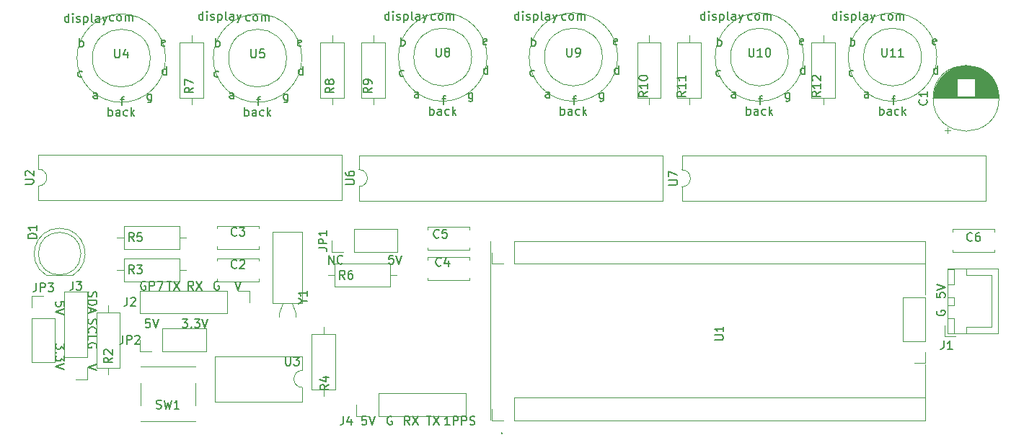
<source format=gto>
%TF.GenerationSoftware,KiCad,Pcbnew,(5.1.6)-1*%
%TF.CreationDate,2022-10-31T22:29:44+09:00*%
%TF.ProjectId,watch,77617463-682e-46b6-9963-61645f706362,rev?*%
%TF.SameCoordinates,Original*%
%TF.FileFunction,Legend,Top*%
%TF.FilePolarity,Positive*%
%FSLAX46Y46*%
G04 Gerber Fmt 4.6, Leading zero omitted, Abs format (unit mm)*
G04 Created by KiCad (PCBNEW (5.1.6)-1) date 2022-10-31 22:29:44*
%MOMM*%
%LPD*%
G01*
G04 APERTURE LIST*
%ADD10C,0.150000*%
%ADD11C,0.200000*%
%ADD12C,0.120000*%
%ADD13C,0.100000*%
G04 APERTURE END LIST*
D10*
X127135000Y-55491095D02*
X127087380Y-55586333D01*
X127087380Y-55729190D01*
X127135000Y-55872047D01*
X127230238Y-55967285D01*
X127325476Y-56014904D01*
X127515952Y-56062523D01*
X127658809Y-56062523D01*
X127849285Y-56014904D01*
X127944523Y-55967285D01*
X128039761Y-55872047D01*
X128087380Y-55729190D01*
X128087380Y-55633952D01*
X128039761Y-55491095D01*
X127992142Y-55443476D01*
X127658809Y-55443476D01*
X127658809Y-55633952D01*
X127087380Y-53403476D02*
X127087380Y-53879666D01*
X127563571Y-53927285D01*
X127515952Y-53879666D01*
X127468333Y-53784428D01*
X127468333Y-53546333D01*
X127515952Y-53451095D01*
X127563571Y-53403476D01*
X127658809Y-53355857D01*
X127896904Y-53355857D01*
X127992142Y-53403476D01*
X128039761Y-53451095D01*
X128087380Y-53546333D01*
X128087380Y-53784428D01*
X128039761Y-53879666D01*
X127992142Y-53927285D01*
X127087380Y-53070142D02*
X128087380Y-52736809D01*
X127087380Y-52403476D01*
X34210714Y-52078000D02*
X34115476Y-52030380D01*
X33972619Y-52030380D01*
X33829761Y-52078000D01*
X33734523Y-52173238D01*
X33686904Y-52268476D01*
X33639285Y-52458952D01*
X33639285Y-52601809D01*
X33686904Y-52792285D01*
X33734523Y-52887523D01*
X33829761Y-52982761D01*
X33972619Y-53030380D01*
X34067857Y-53030380D01*
X34210714Y-52982761D01*
X34258333Y-52935142D01*
X34258333Y-52601809D01*
X34067857Y-52601809D01*
X34686904Y-53030380D02*
X34686904Y-52030380D01*
X35067857Y-52030380D01*
X35163095Y-52078000D01*
X35210714Y-52125619D01*
X35258333Y-52220857D01*
X35258333Y-52363714D01*
X35210714Y-52458952D01*
X35163095Y-52506571D01*
X35067857Y-52554190D01*
X34686904Y-52554190D01*
X35591666Y-52030380D02*
X36258333Y-52030380D01*
X35829761Y-53030380D01*
X42806904Y-52078000D02*
X42711666Y-52030380D01*
X42568809Y-52030380D01*
X42425952Y-52078000D01*
X42330714Y-52173238D01*
X42283095Y-52268476D01*
X42235476Y-52458952D01*
X42235476Y-52601809D01*
X42283095Y-52792285D01*
X42330714Y-52887523D01*
X42425952Y-52982761D01*
X42568809Y-53030380D01*
X42664047Y-53030380D01*
X42806904Y-52982761D01*
X42854523Y-52935142D01*
X42854523Y-52601809D01*
X42664047Y-52601809D01*
X44751666Y-52030380D02*
X45085000Y-53030380D01*
X45418333Y-52030380D01*
X39838333Y-53030380D02*
X39505000Y-52554190D01*
X39266904Y-53030380D02*
X39266904Y-52030380D01*
X39647857Y-52030380D01*
X39743095Y-52078000D01*
X39790714Y-52125619D01*
X39838333Y-52220857D01*
X39838333Y-52363714D01*
X39790714Y-52458952D01*
X39743095Y-52506571D01*
X39647857Y-52554190D01*
X39266904Y-52554190D01*
X40171666Y-52030380D02*
X40838333Y-53030380D01*
X40838333Y-52030380D02*
X40171666Y-53030380D01*
X36703095Y-52030380D02*
X37274523Y-52030380D01*
X36988809Y-53030380D02*
X36988809Y-52030380D01*
X37512619Y-52030380D02*
X38179285Y-53030380D01*
X38179285Y-52030380D02*
X37512619Y-53030380D01*
X28487619Y-61769666D02*
X27487619Y-62103000D01*
X28487619Y-62436333D01*
X28440000Y-59824904D02*
X28487619Y-59729666D01*
X28487619Y-59586809D01*
X28440000Y-59443952D01*
X28344761Y-59348714D01*
X28249523Y-59301095D01*
X28059047Y-59253476D01*
X27916190Y-59253476D01*
X27725714Y-59301095D01*
X27630476Y-59348714D01*
X27535238Y-59443952D01*
X27487619Y-59586809D01*
X27487619Y-59682047D01*
X27535238Y-59824904D01*
X27582857Y-59872523D01*
X27916190Y-59872523D01*
X27916190Y-59682047D01*
X27535238Y-56467523D02*
X27487619Y-56610380D01*
X27487619Y-56848476D01*
X27535238Y-56943714D01*
X27582857Y-56991333D01*
X27678095Y-57038952D01*
X27773333Y-57038952D01*
X27868571Y-56991333D01*
X27916190Y-56943714D01*
X27963809Y-56848476D01*
X28011428Y-56658000D01*
X28059047Y-56562761D01*
X28106666Y-56515142D01*
X28201904Y-56467523D01*
X28297142Y-56467523D01*
X28392380Y-56515142D01*
X28440000Y-56562761D01*
X28487619Y-56658000D01*
X28487619Y-56896095D01*
X28440000Y-57038952D01*
X27582857Y-58038952D02*
X27535238Y-57991333D01*
X27487619Y-57848476D01*
X27487619Y-57753238D01*
X27535238Y-57610380D01*
X27630476Y-57515142D01*
X27725714Y-57467523D01*
X27916190Y-57419904D01*
X28059047Y-57419904D01*
X28249523Y-57467523D01*
X28344761Y-57515142D01*
X28440000Y-57610380D01*
X28487619Y-57753238D01*
X28487619Y-57848476D01*
X28440000Y-57991333D01*
X28392380Y-58038952D01*
X27487619Y-58943714D02*
X27487619Y-58467523D01*
X28487619Y-58467523D01*
X27535238Y-53268714D02*
X27487619Y-53411571D01*
X27487619Y-53649666D01*
X27535238Y-53744904D01*
X27582857Y-53792523D01*
X27678095Y-53840142D01*
X27773333Y-53840142D01*
X27868571Y-53792523D01*
X27916190Y-53744904D01*
X27963809Y-53649666D01*
X28011428Y-53459190D01*
X28059047Y-53363952D01*
X28106666Y-53316333D01*
X28201904Y-53268714D01*
X28297142Y-53268714D01*
X28392380Y-53316333D01*
X28440000Y-53363952D01*
X28487619Y-53459190D01*
X28487619Y-53697285D01*
X28440000Y-53840142D01*
X27487619Y-54268714D02*
X28487619Y-54268714D01*
X28487619Y-54506809D01*
X28440000Y-54649666D01*
X28344761Y-54744904D01*
X28249523Y-54792523D01*
X28059047Y-54840142D01*
X27916190Y-54840142D01*
X27725714Y-54792523D01*
X27630476Y-54744904D01*
X27535238Y-54649666D01*
X27487619Y-54506809D01*
X27487619Y-54268714D01*
X27773333Y-55221095D02*
X27773333Y-55697285D01*
X27487619Y-55125857D02*
X28487619Y-55459190D01*
X27487619Y-55792523D01*
X24677619Y-59356809D02*
X24677619Y-59975857D01*
X24296666Y-59642523D01*
X24296666Y-59785380D01*
X24249047Y-59880619D01*
X24201428Y-59928238D01*
X24106190Y-59975857D01*
X23868095Y-59975857D01*
X23772857Y-59928238D01*
X23725238Y-59880619D01*
X23677619Y-59785380D01*
X23677619Y-59499666D01*
X23725238Y-59404428D01*
X23772857Y-59356809D01*
X23772857Y-60404428D02*
X23725238Y-60452047D01*
X23677619Y-60404428D01*
X23725238Y-60356809D01*
X23772857Y-60404428D01*
X23677619Y-60404428D01*
X24677619Y-60785380D02*
X24677619Y-61404428D01*
X24296666Y-61071095D01*
X24296666Y-61213952D01*
X24249047Y-61309190D01*
X24201428Y-61356809D01*
X24106190Y-61404428D01*
X23868095Y-61404428D01*
X23772857Y-61356809D01*
X23725238Y-61309190D01*
X23677619Y-61213952D01*
X23677619Y-60928238D01*
X23725238Y-60833000D01*
X23772857Y-60785380D01*
X24677619Y-61690142D02*
X23677619Y-62023476D01*
X24677619Y-62356809D01*
X24677619Y-54927523D02*
X24677619Y-54451333D01*
X24201428Y-54403714D01*
X24249047Y-54451333D01*
X24296666Y-54546571D01*
X24296666Y-54784666D01*
X24249047Y-54879904D01*
X24201428Y-54927523D01*
X24106190Y-54975142D01*
X23868095Y-54975142D01*
X23772857Y-54927523D01*
X23725238Y-54879904D01*
X23677619Y-54784666D01*
X23677619Y-54546571D01*
X23725238Y-54451333D01*
X23772857Y-54403714D01*
X24677619Y-55260857D02*
X23677619Y-55594190D01*
X24677619Y-55927523D01*
X63126904Y-67953000D02*
X63031666Y-67905380D01*
X62888809Y-67905380D01*
X62745952Y-67953000D01*
X62650714Y-68048238D01*
X62603095Y-68143476D01*
X62555476Y-68333952D01*
X62555476Y-68476809D01*
X62603095Y-68667285D01*
X62650714Y-68762523D01*
X62745952Y-68857761D01*
X62888809Y-68905380D01*
X62984047Y-68905380D01*
X63126904Y-68857761D01*
X63174523Y-68810142D01*
X63174523Y-68476809D01*
X62984047Y-68476809D01*
X60134523Y-67905380D02*
X59658333Y-67905380D01*
X59610714Y-68381571D01*
X59658333Y-68333952D01*
X59753571Y-68286333D01*
X59991666Y-68286333D01*
X60086904Y-68333952D01*
X60134523Y-68381571D01*
X60182142Y-68476809D01*
X60182142Y-68714904D01*
X60134523Y-68810142D01*
X60086904Y-68857761D01*
X59991666Y-68905380D01*
X59753571Y-68905380D01*
X59658333Y-68857761D01*
X59610714Y-68810142D01*
X60467857Y-67905380D02*
X60801190Y-68905380D01*
X61134523Y-67905380D01*
X69929523Y-68905380D02*
X69358095Y-68905380D01*
X69643809Y-68905380D02*
X69643809Y-67905380D01*
X69548571Y-68048238D01*
X69453333Y-68143476D01*
X69358095Y-68191095D01*
X70358095Y-68905380D02*
X70358095Y-67905380D01*
X70739047Y-67905380D01*
X70834285Y-67953000D01*
X70881904Y-68000619D01*
X70929523Y-68095857D01*
X70929523Y-68238714D01*
X70881904Y-68333952D01*
X70834285Y-68381571D01*
X70739047Y-68429190D01*
X70358095Y-68429190D01*
X71358095Y-68905380D02*
X71358095Y-67905380D01*
X71739047Y-67905380D01*
X71834285Y-67953000D01*
X71881904Y-68000619D01*
X71929523Y-68095857D01*
X71929523Y-68238714D01*
X71881904Y-68333952D01*
X71834285Y-68381571D01*
X71739047Y-68429190D01*
X71358095Y-68429190D01*
X72310476Y-68857761D02*
X72453333Y-68905380D01*
X72691428Y-68905380D01*
X72786666Y-68857761D01*
X72834285Y-68810142D01*
X72881904Y-68714904D01*
X72881904Y-68619666D01*
X72834285Y-68524428D01*
X72786666Y-68476809D01*
X72691428Y-68429190D01*
X72500952Y-68381571D01*
X72405714Y-68333952D01*
X72358095Y-68286333D01*
X72310476Y-68191095D01*
X72310476Y-68095857D01*
X72358095Y-68000619D01*
X72405714Y-67953000D01*
X72500952Y-67905380D01*
X72739047Y-67905380D01*
X72881904Y-67953000D01*
X67183095Y-67905380D02*
X67754523Y-67905380D01*
X67468809Y-68905380D02*
X67468809Y-67905380D01*
X67992619Y-67905380D02*
X68659285Y-68905380D01*
X68659285Y-67905380D02*
X67992619Y-68905380D01*
D11*
X65238333Y-68905380D02*
X64905000Y-68429190D01*
X64666904Y-68905380D02*
X64666904Y-67905380D01*
X65047857Y-67905380D01*
X65143095Y-67953000D01*
X65190714Y-68000619D01*
X65238333Y-68095857D01*
X65238333Y-68238714D01*
X65190714Y-68333952D01*
X65143095Y-68381571D01*
X65047857Y-68429190D01*
X64666904Y-68429190D01*
X65571666Y-67905380D02*
X66238333Y-68905380D01*
X66238333Y-67905380D02*
X65571666Y-68905380D01*
D10*
X34734523Y-56475380D02*
X34258333Y-56475380D01*
X34210714Y-56951571D01*
X34258333Y-56903952D01*
X34353571Y-56856333D01*
X34591666Y-56856333D01*
X34686904Y-56903952D01*
X34734523Y-56951571D01*
X34782142Y-57046809D01*
X34782142Y-57284904D01*
X34734523Y-57380142D01*
X34686904Y-57427761D01*
X34591666Y-57475380D01*
X34353571Y-57475380D01*
X34258333Y-57427761D01*
X34210714Y-57380142D01*
X35067857Y-56475380D02*
X35401190Y-57475380D01*
X35734523Y-56475380D01*
X38528809Y-56475380D02*
X39147857Y-56475380D01*
X38814523Y-56856333D01*
X38957380Y-56856333D01*
X39052619Y-56903952D01*
X39100238Y-56951571D01*
X39147857Y-57046809D01*
X39147857Y-57284904D01*
X39100238Y-57380142D01*
X39052619Y-57427761D01*
X38957380Y-57475380D01*
X38671666Y-57475380D01*
X38576428Y-57427761D01*
X38528809Y-57380142D01*
X39576428Y-57380142D02*
X39624047Y-57427761D01*
X39576428Y-57475380D01*
X39528809Y-57427761D01*
X39576428Y-57380142D01*
X39576428Y-57475380D01*
X39957380Y-56475380D02*
X40576428Y-56475380D01*
X40243095Y-56856333D01*
X40385952Y-56856333D01*
X40481190Y-56903952D01*
X40528809Y-56951571D01*
X40576428Y-57046809D01*
X40576428Y-57284904D01*
X40528809Y-57380142D01*
X40481190Y-57427761D01*
X40385952Y-57475380D01*
X40100238Y-57475380D01*
X40005000Y-57427761D01*
X39957380Y-57380142D01*
X40862142Y-56475380D02*
X41195476Y-57475380D01*
X41528809Y-56475380D01*
D11*
X55729285Y-49982380D02*
X55729285Y-48982380D01*
X56300714Y-49982380D01*
X56300714Y-48982380D01*
X57348333Y-49887142D02*
X57300714Y-49934761D01*
X57157857Y-49982380D01*
X57062619Y-49982380D01*
X56919761Y-49934761D01*
X56824523Y-49839523D01*
X56776904Y-49744285D01*
X56729285Y-49553809D01*
X56729285Y-49410952D01*
X56776904Y-49220476D01*
X56824523Y-49125238D01*
X56919761Y-49030000D01*
X57062619Y-48982380D01*
X57157857Y-48982380D01*
X57300714Y-49030000D01*
X57348333Y-49077619D01*
X63309523Y-48982380D02*
X62833333Y-48982380D01*
X62785714Y-49458571D01*
X62833333Y-49410952D01*
X62928571Y-49363333D01*
X63166666Y-49363333D01*
X63261904Y-49410952D01*
X63309523Y-49458571D01*
X63357142Y-49553809D01*
X63357142Y-49791904D01*
X63309523Y-49887142D01*
X63261904Y-49934761D01*
X63166666Y-49982380D01*
X62928571Y-49982380D01*
X62833333Y-49934761D01*
X62785714Y-49887142D01*
X63642857Y-48982380D02*
X63976190Y-49982380D01*
X64309523Y-48982380D01*
D12*
%TO.C,Y1*%
X49916000Y-55746000D02*
X49916000Y-56196000D01*
X50321000Y-54596000D02*
X49916000Y-55746000D01*
X51816000Y-55746000D02*
X51816000Y-56196000D01*
X51411000Y-54596000D02*
X51816000Y-55746000D01*
X49166000Y-54596000D02*
X52566000Y-54596000D01*
X49166000Y-46196000D02*
X49166000Y-54596000D01*
X52566000Y-46196000D02*
X49166000Y-46196000D01*
X52566000Y-54596000D02*
X52566000Y-46196000D01*
%TO.C,J4*%
X71815000Y-67878000D02*
X71815000Y-65218000D01*
X61595000Y-67878000D02*
X71815000Y-67878000D01*
X61595000Y-65218000D02*
X71815000Y-65218000D01*
X61595000Y-67878000D02*
X61595000Y-65218000D01*
X60325000Y-67878000D02*
X58995000Y-67878000D01*
X58995000Y-67878000D02*
X58995000Y-66548000D01*
%TO.C,JP2*%
X41335000Y-60258000D02*
X41335000Y-57598000D01*
X36195000Y-60258000D02*
X41335000Y-60258000D01*
X36195000Y-57598000D02*
X41335000Y-57598000D01*
X36195000Y-60258000D02*
X36195000Y-57598000D01*
X34925000Y-60258000D02*
X33595000Y-60258000D01*
X33595000Y-60258000D02*
X33595000Y-58928000D01*
%TO.C,J3*%
X27365000Y-53280000D02*
X24705000Y-53280000D01*
X27365000Y-60960000D02*
X27365000Y-53280000D01*
X24705000Y-60960000D02*
X24705000Y-53280000D01*
X27365000Y-60960000D02*
X24705000Y-60960000D01*
X27365000Y-62230000D02*
X27365000Y-63560000D01*
X27365000Y-63560000D02*
X26035000Y-63560000D01*
%TO.C,U9*%
X89655000Y-25654000D02*
G75*
G03*
X89655000Y-25654000I-5200000J0D01*
G01*
X87855000Y-25654000D02*
G75*
G03*
X87855000Y-25654000I-3400000J0D01*
G01*
%TO.C,U6*%
X59260000Y-40882000D02*
X59260000Y-42532000D01*
X59260000Y-42532000D02*
X94940000Y-42532000D01*
X94940000Y-42532000D02*
X94940000Y-37232000D01*
X94940000Y-37232000D02*
X59260000Y-37232000D01*
X59260000Y-37232000D02*
X59260000Y-38882000D01*
X59260000Y-38882000D02*
G75*
G02*
X59260000Y-40882000I0J-1000000D01*
G01*
%TO.C,U5*%
X52571000Y-25781000D02*
G75*
G03*
X52571000Y-25781000I-5200000J0D01*
G01*
X50771000Y-25781000D02*
G75*
G03*
X50771000Y-25781000I-3400000J0D01*
G01*
%TO.C,U11*%
X127120000Y-25654000D02*
G75*
G03*
X127120000Y-25654000I-5200000J0D01*
G01*
X125320000Y-25654000D02*
G75*
G03*
X125320000Y-25654000I-3400000J0D01*
G01*
%TO.C,U10*%
X111498000Y-25654000D02*
G75*
G03*
X111498000Y-25654000I-5200000J0D01*
G01*
X109698000Y-25654000D02*
G75*
G03*
X109698000Y-25654000I-3400000J0D01*
G01*
%TO.C,U8*%
X74310000Y-25652000D02*
G75*
G03*
X74310000Y-25652000I-5200000J0D01*
G01*
X72510000Y-25652000D02*
G75*
G03*
X72510000Y-25652000I-3400000J0D01*
G01*
%TO.C,U7*%
X97186000Y-40916000D02*
X97186000Y-42566000D01*
X97186000Y-42566000D02*
X132866000Y-42566000D01*
X132866000Y-42566000D02*
X132866000Y-37266000D01*
X132866000Y-37266000D02*
X97186000Y-37266000D01*
X97186000Y-37266000D02*
X97186000Y-38916000D01*
X97186000Y-38916000D02*
G75*
G02*
X97186000Y-40916000I0J-1000000D01*
G01*
%TO.C,U4*%
X36569000Y-25781000D02*
G75*
G03*
X36569000Y-25781000I-5200000J0D01*
G01*
X34769000Y-25781000D02*
G75*
G03*
X34769000Y-25781000I-3400000J0D01*
G01*
%TO.C,U3*%
X52638000Y-62500000D02*
X52638000Y-60850000D01*
X52638000Y-60850000D02*
X42358000Y-60850000D01*
X42358000Y-60850000D02*
X42358000Y-66150000D01*
X42358000Y-66150000D02*
X52638000Y-66150000D01*
X52638000Y-66150000D02*
X52638000Y-64500000D01*
X52638000Y-64500000D02*
G75*
G02*
X52638000Y-62500000I0J1000000D01*
G01*
%TO.C,U2*%
X21616000Y-40822000D02*
X21616000Y-42472000D01*
X21616000Y-42472000D02*
X57296000Y-42472000D01*
X57296000Y-42472000D02*
X57296000Y-37172000D01*
X57296000Y-37172000D02*
X21616000Y-37172000D01*
X21616000Y-37172000D02*
X21616000Y-38822000D01*
X21616000Y-38822000D02*
G75*
G02*
X21616000Y-40822000I0J-1000000D01*
G01*
%TO.C,U1*%
X125790000Y-59055000D02*
X125790000Y-53915000D01*
X125790000Y-53915000D02*
X123130000Y-53915000D01*
X123130000Y-59055000D02*
X123130000Y-53915000D01*
X125790000Y-60325000D02*
X125790000Y-61655000D01*
X125790000Y-59055000D02*
X123130000Y-59055000D01*
X125790000Y-61655000D02*
X124460000Y-61655000D01*
D13*
X74730000Y-47326000D02*
X74730000Y-68326000D01*
X74730000Y-68326000D02*
X74730000Y-68326000D01*
X74730000Y-68326000D02*
X74730000Y-47326000D01*
X125730000Y-53576000D02*
X125730000Y-47326000D01*
X125730000Y-47326000D02*
X125730000Y-47326000D01*
X125730000Y-47326000D02*
X125730000Y-53576000D01*
X125730000Y-53576000D02*
X125730000Y-53576000D01*
X74730000Y-47326000D02*
X74730000Y-47326000D01*
X125730000Y-61826000D02*
X125730000Y-61826000D01*
X125730000Y-68326000D02*
X125730000Y-68326000D01*
D11*
X76030000Y-69926000D02*
X76030000Y-69926000D01*
D13*
X125730000Y-68326000D02*
X125730000Y-61826000D01*
X125730000Y-61826000D02*
X125730000Y-68326000D01*
D11*
X76030000Y-69826000D02*
X76030000Y-69826000D01*
X76030000Y-69926000D02*
X76030000Y-69926000D01*
D12*
X77470000Y-68386000D02*
X77470000Y-65726000D01*
X77470000Y-68386000D02*
X125790000Y-68386000D01*
X125790000Y-68386000D02*
X125790000Y-65726000D01*
X76200000Y-68386000D02*
X74870000Y-68386000D01*
X77470000Y-65726000D02*
X125790000Y-65726000D01*
X74870000Y-68386000D02*
X74870000Y-67056000D01*
X77470000Y-49971000D02*
X77470000Y-47311000D01*
X77470000Y-49971000D02*
X125790000Y-49971000D01*
X125790000Y-49971000D02*
X125790000Y-47311000D01*
X76200000Y-49971000D02*
X74870000Y-49971000D01*
X77470000Y-47311000D02*
X125790000Y-47311000D01*
X74870000Y-49971000D02*
X74870000Y-48641000D01*
D11*
X76030000Y-69826000D02*
G75*
G02*
X76030000Y-69926000I0J-50000D01*
G01*
X76030000Y-69926000D02*
G75*
G02*
X76030000Y-69826000I0J50000D01*
G01*
X76030000Y-69826000D02*
G75*
G02*
X76030000Y-69926000I0J-50000D01*
G01*
D12*
%TO.C,SW1*%
X40060000Y-62048000D02*
X40060000Y-62078000D01*
X40060000Y-68508000D02*
X40060000Y-68478000D01*
X33600000Y-68508000D02*
X33600000Y-68478000D01*
X33600000Y-62078000D02*
X33600000Y-62048000D01*
X40060000Y-63978000D02*
X40060000Y-66578000D01*
X33600000Y-62048000D02*
X40060000Y-62048000D01*
X33600000Y-63978000D02*
X33600000Y-66578000D01*
X33600000Y-68508000D02*
X40060000Y-68508000D01*
%TO.C,R12*%
X112422000Y-30448000D02*
X115162000Y-30448000D01*
X115162000Y-30448000D02*
X115162000Y-23908000D01*
X115162000Y-23908000D02*
X112422000Y-23908000D01*
X112422000Y-23908000D02*
X112422000Y-30448000D01*
X113792000Y-31218000D02*
X113792000Y-30448000D01*
X113792000Y-23138000D02*
X113792000Y-23908000D01*
%TO.C,R11*%
X96674000Y-30448000D02*
X99414000Y-30448000D01*
X99414000Y-30448000D02*
X99414000Y-23908000D01*
X99414000Y-23908000D02*
X96674000Y-23908000D01*
X96674000Y-23908000D02*
X96674000Y-30448000D01*
X98044000Y-31218000D02*
X98044000Y-30448000D01*
X98044000Y-23138000D02*
X98044000Y-23908000D01*
%TO.C,R10*%
X91975000Y-30448000D02*
X94715000Y-30448000D01*
X94715000Y-30448000D02*
X94715000Y-23908000D01*
X94715000Y-23908000D02*
X91975000Y-23908000D01*
X91975000Y-23908000D02*
X91975000Y-30448000D01*
X93345000Y-31218000D02*
X93345000Y-30448000D01*
X93345000Y-23138000D02*
X93345000Y-23908000D01*
%TO.C,R9*%
X59590000Y-30448000D02*
X62330000Y-30448000D01*
X62330000Y-30448000D02*
X62330000Y-23908000D01*
X62330000Y-23908000D02*
X59590000Y-23908000D01*
X59590000Y-23908000D02*
X59590000Y-30448000D01*
X60960000Y-31218000D02*
X60960000Y-30448000D01*
X60960000Y-23138000D02*
X60960000Y-23908000D01*
%TO.C,R8*%
X54764000Y-30448000D02*
X57504000Y-30448000D01*
X57504000Y-30448000D02*
X57504000Y-23908000D01*
X57504000Y-23908000D02*
X54764000Y-23908000D01*
X54764000Y-23908000D02*
X54764000Y-30448000D01*
X56134000Y-31218000D02*
X56134000Y-30448000D01*
X56134000Y-23138000D02*
X56134000Y-23908000D01*
%TO.C,R7*%
X38254000Y-30448000D02*
X40994000Y-30448000D01*
X40994000Y-30448000D02*
X40994000Y-23908000D01*
X40994000Y-23908000D02*
X38254000Y-23908000D01*
X38254000Y-23908000D02*
X38254000Y-30448000D01*
X39624000Y-31218000D02*
X39624000Y-30448000D01*
X39624000Y-23138000D02*
X39624000Y-23908000D01*
%TO.C,R6*%
X62960000Y-52678000D02*
X62960000Y-49938000D01*
X62960000Y-49938000D02*
X56420000Y-49938000D01*
X56420000Y-49938000D02*
X56420000Y-52678000D01*
X56420000Y-52678000D02*
X62960000Y-52678000D01*
X63730000Y-51308000D02*
X62960000Y-51308000D01*
X55650000Y-51308000D02*
X56420000Y-51308000D01*
%TO.C,R5*%
X31655000Y-45493000D02*
X31655000Y-48233000D01*
X31655000Y-48233000D02*
X38195000Y-48233000D01*
X38195000Y-48233000D02*
X38195000Y-45493000D01*
X38195000Y-45493000D02*
X31655000Y-45493000D01*
X30885000Y-46863000D02*
X31655000Y-46863000D01*
X38965000Y-46863000D02*
X38195000Y-46863000D01*
%TO.C,R4*%
X56488000Y-58198000D02*
X53748000Y-58198000D01*
X53748000Y-58198000D02*
X53748000Y-64738000D01*
X53748000Y-64738000D02*
X56488000Y-64738000D01*
X56488000Y-64738000D02*
X56488000Y-58198000D01*
X55118000Y-57428000D02*
X55118000Y-58198000D01*
X55118000Y-65508000D02*
X55118000Y-64738000D01*
%TO.C,R3*%
X31655000Y-49303000D02*
X31655000Y-52043000D01*
X31655000Y-52043000D02*
X38195000Y-52043000D01*
X38195000Y-52043000D02*
X38195000Y-49303000D01*
X38195000Y-49303000D02*
X31655000Y-49303000D01*
X30885000Y-50673000D02*
X31655000Y-50673000D01*
X38965000Y-50673000D02*
X38195000Y-50673000D01*
%TO.C,R2*%
X31215000Y-55658000D02*
X28475000Y-55658000D01*
X28475000Y-55658000D02*
X28475000Y-62198000D01*
X28475000Y-62198000D02*
X31215000Y-62198000D01*
X31215000Y-62198000D02*
X31215000Y-55658000D01*
X29845000Y-54888000D02*
X29845000Y-55658000D01*
X29845000Y-62968000D02*
X29845000Y-62198000D01*
%TO.C,JP3*%
X20895000Y-61528000D02*
X23555000Y-61528000D01*
X20895000Y-56388000D02*
X20895000Y-61528000D01*
X23555000Y-56388000D02*
X23555000Y-61528000D01*
X20895000Y-56388000D02*
X23555000Y-56388000D01*
X20895000Y-55118000D02*
X20895000Y-53788000D01*
X20895000Y-53788000D02*
X22225000Y-53788000D01*
%TO.C,JP1*%
X56074000Y-48574000D02*
X56074000Y-47244000D01*
X57404000Y-48574000D02*
X56074000Y-48574000D01*
X58674000Y-48574000D02*
X58674000Y-45914000D01*
X58674000Y-45914000D02*
X63814000Y-45914000D01*
X58674000Y-48574000D02*
X63814000Y-48574000D01*
X63814000Y-48574000D02*
X63814000Y-45914000D01*
%TO.C,J2*%
X33595000Y-53153000D02*
X33595000Y-55813000D01*
X43815000Y-53153000D02*
X33595000Y-53153000D01*
X43815000Y-55813000D02*
X33595000Y-55813000D01*
X43815000Y-53153000D02*
X43815000Y-55813000D01*
X45085000Y-53153000D02*
X46415000Y-53153000D01*
X46415000Y-53153000D02*
X46415000Y-54483000D01*
%TO.C,J1*%
X128350000Y-58186000D02*
X134320000Y-58186000D01*
X134320000Y-58186000D02*
X134320000Y-50566000D01*
X134320000Y-50566000D02*
X128350000Y-50566000D01*
X128350000Y-50566000D02*
X128350000Y-58186000D01*
X128360000Y-54876000D02*
X129110000Y-54876000D01*
X129110000Y-54876000D02*
X129110000Y-53876000D01*
X129110000Y-53876000D02*
X128360000Y-53876000D01*
X128360000Y-53876000D02*
X128360000Y-54876000D01*
X128360000Y-58176000D02*
X129110000Y-58176000D01*
X129110000Y-58176000D02*
X129110000Y-56376000D01*
X129110000Y-56376000D02*
X128360000Y-56376000D01*
X128360000Y-56376000D02*
X128360000Y-58176000D01*
X128360000Y-52376000D02*
X129110000Y-52376000D01*
X129110000Y-52376000D02*
X129110000Y-50576000D01*
X129110000Y-50576000D02*
X128360000Y-50576000D01*
X128360000Y-50576000D02*
X128360000Y-52376000D01*
X130610000Y-58176000D02*
X130610000Y-57426000D01*
X130610000Y-57426000D02*
X133560000Y-57426000D01*
X133560000Y-57426000D02*
X133560000Y-54376000D01*
X130610000Y-50576000D02*
X130610000Y-51326000D01*
X130610000Y-51326000D02*
X133560000Y-51326000D01*
X133560000Y-51326000D02*
X133560000Y-54376000D01*
X128060000Y-57226000D02*
X128060000Y-58476000D01*
X128060000Y-58476000D02*
X129310000Y-58476000D01*
%TO.C,D1*%
X22585000Y-51328000D02*
X25675000Y-51328000D01*
X26630000Y-48768000D02*
G75*
G03*
X26630000Y-48768000I-2500000J0D01*
G01*
X24129538Y-45778000D02*
G75*
G02*
X25674830Y-51328000I462J-2990000D01*
G01*
X24130462Y-45778000D02*
G75*
G03*
X22585170Y-51328000I-462J-2990000D01*
G01*
%TO.C,C6*%
X128935000Y-45874000D02*
X133875000Y-45874000D01*
X128935000Y-48614000D02*
X133875000Y-48614000D01*
X128935000Y-45874000D02*
X128935000Y-46189000D01*
X128935000Y-48299000D02*
X128935000Y-48614000D01*
X133875000Y-45874000D02*
X133875000Y-46189000D01*
X133875000Y-48299000D02*
X133875000Y-48614000D01*
%TO.C,C5*%
X67340000Y-45620000D02*
X72280000Y-45620000D01*
X67340000Y-48360000D02*
X72280000Y-48360000D01*
X67340000Y-45620000D02*
X67340000Y-45935000D01*
X67340000Y-48045000D02*
X67340000Y-48360000D01*
X72280000Y-45620000D02*
X72280000Y-45935000D01*
X72280000Y-48045000D02*
X72280000Y-48360000D01*
%TO.C,C4*%
X67340000Y-49176000D02*
X72280000Y-49176000D01*
X67340000Y-51916000D02*
X72280000Y-51916000D01*
X67340000Y-49176000D02*
X67340000Y-49491000D01*
X67340000Y-51601000D02*
X67340000Y-51916000D01*
X72280000Y-49176000D02*
X72280000Y-49491000D01*
X72280000Y-51601000D02*
X72280000Y-51916000D01*
%TO.C,C3*%
X42575000Y-45493000D02*
X47515000Y-45493000D01*
X42575000Y-48233000D02*
X47515000Y-48233000D01*
X42575000Y-45493000D02*
X42575000Y-45808000D01*
X42575000Y-47918000D02*
X42575000Y-48233000D01*
X47515000Y-45493000D02*
X47515000Y-45808000D01*
X47515000Y-47918000D02*
X47515000Y-48233000D01*
%TO.C,C2*%
X42575000Y-49303000D02*
X47515000Y-49303000D01*
X42575000Y-52043000D02*
X47515000Y-52043000D01*
X42575000Y-49303000D02*
X42575000Y-49618000D01*
X42575000Y-51728000D02*
X42575000Y-52043000D01*
X47515000Y-49303000D02*
X47515000Y-49618000D01*
X47515000Y-51728000D02*
X47515000Y-52043000D01*
%TO.C,C1*%
X134426000Y-30500000D02*
G75*
G03*
X134426000Y-30500000I-3870000J0D01*
G01*
X126726000Y-30500000D02*
X134386000Y-30500000D01*
X126726000Y-30460000D02*
X134386000Y-30460000D01*
X126726000Y-30420000D02*
X134386000Y-30420000D01*
X126727000Y-30380000D02*
X134385000Y-30380000D01*
X126729000Y-30340000D02*
X134383000Y-30340000D01*
X126731000Y-30300000D02*
X134381000Y-30300000D01*
X126733000Y-30260000D02*
X129516000Y-30260000D01*
X131596000Y-30260000D02*
X134379000Y-30260000D01*
X126736000Y-30220000D02*
X129516000Y-30220000D01*
X131596000Y-30220000D02*
X134376000Y-30220000D01*
X126739000Y-30180000D02*
X129516000Y-30180000D01*
X131596000Y-30180000D02*
X134373000Y-30180000D01*
X126742000Y-30140000D02*
X129516000Y-30140000D01*
X131596000Y-30140000D02*
X134370000Y-30140000D01*
X126746000Y-30100000D02*
X129516000Y-30100000D01*
X131596000Y-30100000D02*
X134366000Y-30100000D01*
X126751000Y-30060000D02*
X129516000Y-30060000D01*
X131596000Y-30060000D02*
X134361000Y-30060000D01*
X126755000Y-30020000D02*
X129516000Y-30020000D01*
X131596000Y-30020000D02*
X134357000Y-30020000D01*
X126761000Y-29980000D02*
X129516000Y-29980000D01*
X131596000Y-29980000D02*
X134351000Y-29980000D01*
X126766000Y-29940000D02*
X129516000Y-29940000D01*
X131596000Y-29940000D02*
X134346000Y-29940000D01*
X126772000Y-29900000D02*
X129516000Y-29900000D01*
X131596000Y-29900000D02*
X134340000Y-29900000D01*
X126779000Y-29860000D02*
X129516000Y-29860000D01*
X131596000Y-29860000D02*
X134333000Y-29860000D01*
X126786000Y-29820000D02*
X129516000Y-29820000D01*
X131596000Y-29820000D02*
X134326000Y-29820000D01*
X126793000Y-29779000D02*
X129516000Y-29779000D01*
X131596000Y-29779000D02*
X134319000Y-29779000D01*
X126801000Y-29739000D02*
X129516000Y-29739000D01*
X131596000Y-29739000D02*
X134311000Y-29739000D01*
X126809000Y-29699000D02*
X129516000Y-29699000D01*
X131596000Y-29699000D02*
X134303000Y-29699000D01*
X126818000Y-29659000D02*
X129516000Y-29659000D01*
X131596000Y-29659000D02*
X134294000Y-29659000D01*
X126827000Y-29619000D02*
X129516000Y-29619000D01*
X131596000Y-29619000D02*
X134285000Y-29619000D01*
X126836000Y-29579000D02*
X129516000Y-29579000D01*
X131596000Y-29579000D02*
X134276000Y-29579000D01*
X126846000Y-29539000D02*
X129516000Y-29539000D01*
X131596000Y-29539000D02*
X134266000Y-29539000D01*
X126857000Y-29499000D02*
X129516000Y-29499000D01*
X131596000Y-29499000D02*
X134255000Y-29499000D01*
X126868000Y-29459000D02*
X129516000Y-29459000D01*
X131596000Y-29459000D02*
X134244000Y-29459000D01*
X126879000Y-29419000D02*
X129516000Y-29419000D01*
X131596000Y-29419000D02*
X134233000Y-29419000D01*
X126891000Y-29379000D02*
X129516000Y-29379000D01*
X131596000Y-29379000D02*
X134221000Y-29379000D01*
X126903000Y-29339000D02*
X129516000Y-29339000D01*
X131596000Y-29339000D02*
X134209000Y-29339000D01*
X126916000Y-29299000D02*
X129516000Y-29299000D01*
X131596000Y-29299000D02*
X134196000Y-29299000D01*
X126930000Y-29259000D02*
X129516000Y-29259000D01*
X131596000Y-29259000D02*
X134182000Y-29259000D01*
X126943000Y-29219000D02*
X129516000Y-29219000D01*
X131596000Y-29219000D02*
X134169000Y-29219000D01*
X126958000Y-29179000D02*
X129516000Y-29179000D01*
X131596000Y-29179000D02*
X134154000Y-29179000D01*
X126972000Y-29139000D02*
X129516000Y-29139000D01*
X131596000Y-29139000D02*
X134140000Y-29139000D01*
X126988000Y-29099000D02*
X129516000Y-29099000D01*
X131596000Y-29099000D02*
X134124000Y-29099000D01*
X127003000Y-29059000D02*
X129516000Y-29059000D01*
X131596000Y-29059000D02*
X134109000Y-29059000D01*
X127020000Y-29019000D02*
X129516000Y-29019000D01*
X131596000Y-29019000D02*
X134092000Y-29019000D01*
X127036000Y-28979000D02*
X129516000Y-28979000D01*
X131596000Y-28979000D02*
X134076000Y-28979000D01*
X127054000Y-28939000D02*
X129516000Y-28939000D01*
X131596000Y-28939000D02*
X134058000Y-28939000D01*
X127072000Y-28899000D02*
X129516000Y-28899000D01*
X131596000Y-28899000D02*
X134040000Y-28899000D01*
X127090000Y-28859000D02*
X129516000Y-28859000D01*
X131596000Y-28859000D02*
X134022000Y-28859000D01*
X127109000Y-28819000D02*
X129516000Y-28819000D01*
X131596000Y-28819000D02*
X134003000Y-28819000D01*
X127129000Y-28779000D02*
X129516000Y-28779000D01*
X131596000Y-28779000D02*
X133983000Y-28779000D01*
X127149000Y-28739000D02*
X129516000Y-28739000D01*
X131596000Y-28739000D02*
X133963000Y-28739000D01*
X127170000Y-28699000D02*
X129516000Y-28699000D01*
X131596000Y-28699000D02*
X133942000Y-28699000D01*
X127191000Y-28659000D02*
X129516000Y-28659000D01*
X131596000Y-28659000D02*
X133921000Y-28659000D01*
X127213000Y-28619000D02*
X129516000Y-28619000D01*
X131596000Y-28619000D02*
X133899000Y-28619000D01*
X127235000Y-28579000D02*
X129516000Y-28579000D01*
X131596000Y-28579000D02*
X133877000Y-28579000D01*
X127259000Y-28539000D02*
X129516000Y-28539000D01*
X131596000Y-28539000D02*
X133853000Y-28539000D01*
X127282000Y-28499000D02*
X129516000Y-28499000D01*
X131596000Y-28499000D02*
X133830000Y-28499000D01*
X127307000Y-28459000D02*
X129516000Y-28459000D01*
X131596000Y-28459000D02*
X133805000Y-28459000D01*
X127332000Y-28419000D02*
X129516000Y-28419000D01*
X131596000Y-28419000D02*
X133780000Y-28419000D01*
X127358000Y-28379000D02*
X129516000Y-28379000D01*
X131596000Y-28379000D02*
X133754000Y-28379000D01*
X127384000Y-28339000D02*
X129516000Y-28339000D01*
X131596000Y-28339000D02*
X133728000Y-28339000D01*
X127412000Y-28299000D02*
X129516000Y-28299000D01*
X131596000Y-28299000D02*
X133700000Y-28299000D01*
X127440000Y-28259000D02*
X129516000Y-28259000D01*
X131596000Y-28259000D02*
X133672000Y-28259000D01*
X127468000Y-28219000D02*
X129516000Y-28219000D01*
X131596000Y-28219000D02*
X133644000Y-28219000D01*
X127498000Y-28179000D02*
X133614000Y-28179000D01*
X127528000Y-28139000D02*
X133584000Y-28139000D01*
X127560000Y-28099000D02*
X133552000Y-28099000D01*
X127592000Y-28059000D02*
X133520000Y-28059000D01*
X127625000Y-28019000D02*
X133487000Y-28019000D01*
X127658000Y-27979000D02*
X133454000Y-27979000D01*
X127693000Y-27939000D02*
X133419000Y-27939000D01*
X127729000Y-27899000D02*
X133383000Y-27899000D01*
X127766000Y-27859000D02*
X133346000Y-27859000D01*
X127804000Y-27819000D02*
X133308000Y-27819000D01*
X127843000Y-27779000D02*
X133269000Y-27779000D01*
X127883000Y-27739000D02*
X133229000Y-27739000D01*
X127924000Y-27699000D02*
X133188000Y-27699000D01*
X127967000Y-27659000D02*
X133145000Y-27659000D01*
X128010000Y-27619000D02*
X133102000Y-27619000D01*
X128056000Y-27579000D02*
X133056000Y-27579000D01*
X128102000Y-27539000D02*
X133010000Y-27539000D01*
X128151000Y-27499000D02*
X132961000Y-27499000D01*
X128201000Y-27459000D02*
X132911000Y-27459000D01*
X128252000Y-27419000D02*
X132860000Y-27419000D01*
X128306000Y-27379000D02*
X132806000Y-27379000D01*
X128361000Y-27339000D02*
X132751000Y-27339000D01*
X128419000Y-27299000D02*
X132693000Y-27299000D01*
X128479000Y-27259000D02*
X132633000Y-27259000D01*
X128542000Y-27219000D02*
X132570000Y-27219000D01*
X128607000Y-27179000D02*
X132505000Y-27179000D01*
X128675000Y-27139000D02*
X132437000Y-27139000D01*
X128747000Y-27099000D02*
X132365000Y-27099000D01*
X128823000Y-27059000D02*
X132289000Y-27059000D01*
X128902000Y-27019000D02*
X132210000Y-27019000D01*
X128987000Y-26979000D02*
X132125000Y-26979000D01*
X129078000Y-26939000D02*
X132034000Y-26939000D01*
X129175000Y-26899000D02*
X131937000Y-26899000D01*
X129281000Y-26859000D02*
X131831000Y-26859000D01*
X129398000Y-26819000D02*
X131714000Y-26819000D01*
X129528000Y-26779000D02*
X131584000Y-26779000D01*
X129679000Y-26739000D02*
X131433000Y-26739000D01*
X129863000Y-26699000D02*
X131249000Y-26699000D01*
X130115000Y-26659000D02*
X130997000Y-26659000D01*
X128381000Y-34642211D02*
X128381000Y-33892211D01*
X128006000Y-34267211D02*
X128756000Y-34267211D01*
%TO.C,Y1*%
D10*
X52681190Y-54324190D02*
X53157380Y-54324190D01*
X52157380Y-54657523D02*
X52681190Y-54324190D01*
X52157380Y-53990857D01*
X53157380Y-53133714D02*
X53157380Y-53705142D01*
X53157380Y-53419428D02*
X52157380Y-53419428D01*
X52300238Y-53514666D01*
X52395476Y-53609904D01*
X52443095Y-53705142D01*
%TO.C,J4*%
X57451666Y-67905380D02*
X57451666Y-68619666D01*
X57404047Y-68762523D01*
X57308809Y-68857761D01*
X57165952Y-68905380D01*
X57070714Y-68905380D01*
X58356428Y-68238714D02*
X58356428Y-68905380D01*
X58118333Y-67857761D02*
X57880238Y-68572047D01*
X58499285Y-68572047D01*
%TO.C,JP2*%
X31551666Y-58380380D02*
X31551666Y-59094666D01*
X31504047Y-59237523D01*
X31408809Y-59332761D01*
X31265952Y-59380380D01*
X31170714Y-59380380D01*
X32027857Y-59380380D02*
X32027857Y-58380380D01*
X32408809Y-58380380D01*
X32504047Y-58428000D01*
X32551666Y-58475619D01*
X32599285Y-58570857D01*
X32599285Y-58713714D01*
X32551666Y-58808952D01*
X32504047Y-58856571D01*
X32408809Y-58904190D01*
X32027857Y-58904190D01*
X32980238Y-58475619D02*
X33027857Y-58428000D01*
X33123095Y-58380380D01*
X33361190Y-58380380D01*
X33456428Y-58428000D01*
X33504047Y-58475619D01*
X33551666Y-58570857D01*
X33551666Y-58666095D01*
X33504047Y-58808952D01*
X32932619Y-59380380D01*
X33551666Y-59380380D01*
%TO.C,J3*%
X25701666Y-52030380D02*
X25701666Y-52744666D01*
X25654047Y-52887523D01*
X25558809Y-52982761D01*
X25415952Y-53030380D01*
X25320714Y-53030380D01*
X26082619Y-52030380D02*
X26701666Y-52030380D01*
X26368333Y-52411333D01*
X26511190Y-52411333D01*
X26606428Y-52458952D01*
X26654047Y-52506571D01*
X26701666Y-52601809D01*
X26701666Y-52839904D01*
X26654047Y-52935142D01*
X26606428Y-52982761D01*
X26511190Y-53030380D01*
X26225476Y-53030380D01*
X26130238Y-52982761D01*
X26082619Y-52935142D01*
%TO.C,U9*%
X83693095Y-24606380D02*
X83693095Y-25415904D01*
X83740714Y-25511142D01*
X83788333Y-25558761D01*
X83883571Y-25606380D01*
X84074047Y-25606380D01*
X84169285Y-25558761D01*
X84216904Y-25511142D01*
X84264523Y-25415904D01*
X84264523Y-24606380D01*
X84788333Y-25606380D02*
X84978809Y-25606380D01*
X85074047Y-25558761D01*
X85121666Y-25511142D01*
X85216904Y-25368285D01*
X85264523Y-25177809D01*
X85264523Y-24796857D01*
X85216904Y-24701619D01*
X85169285Y-24654000D01*
X85074047Y-24606380D01*
X84883571Y-24606380D01*
X84788333Y-24654000D01*
X84740714Y-24701619D01*
X84693095Y-24796857D01*
X84693095Y-25034952D01*
X84740714Y-25130190D01*
X84788333Y-25177809D01*
X84883571Y-25225428D01*
X85074047Y-25225428D01*
X85169285Y-25177809D01*
X85216904Y-25130190D01*
X85264523Y-25034952D01*
X89598476Y-24153761D02*
X89503238Y-24201380D01*
X89312761Y-24201380D01*
X89217523Y-24153761D01*
X89169904Y-24058523D01*
X89169904Y-23677571D01*
X89217523Y-23582333D01*
X89312761Y-23534714D01*
X89503238Y-23534714D01*
X89598476Y-23582333D01*
X89646095Y-23677571D01*
X89646095Y-23772809D01*
X89169904Y-23868047D01*
X89749285Y-27630380D02*
X89749285Y-26630380D01*
X89749285Y-27582761D02*
X89654047Y-27630380D01*
X89463571Y-27630380D01*
X89368333Y-27582761D01*
X89320714Y-27535142D01*
X89273095Y-27439904D01*
X89273095Y-27154190D01*
X89320714Y-27058952D01*
X89368333Y-27011333D01*
X89463571Y-26963714D01*
X89654047Y-26963714D01*
X89749285Y-27011333D01*
X87971285Y-29884714D02*
X87971285Y-30694238D01*
X87923666Y-30789476D01*
X87876047Y-30837095D01*
X87780809Y-30884714D01*
X87637952Y-30884714D01*
X87542714Y-30837095D01*
X87971285Y-30503761D02*
X87876047Y-30551380D01*
X87685571Y-30551380D01*
X87590333Y-30503761D01*
X87542714Y-30456142D01*
X87495095Y-30360904D01*
X87495095Y-30075190D01*
X87542714Y-29979952D01*
X87590333Y-29932333D01*
X87685571Y-29884714D01*
X87876047Y-29884714D01*
X87971285Y-29932333D01*
X84391523Y-30519714D02*
X84772476Y-30519714D01*
X84534380Y-31186380D02*
X84534380Y-30329238D01*
X84582000Y-30234000D01*
X84677238Y-30186380D01*
X84772476Y-30186380D01*
X81621285Y-30424380D02*
X81621285Y-29900571D01*
X81573666Y-29805333D01*
X81478428Y-29757714D01*
X81287952Y-29757714D01*
X81192714Y-29805333D01*
X81621285Y-30376761D02*
X81526047Y-30424380D01*
X81287952Y-30424380D01*
X81192714Y-30376761D01*
X81145095Y-30281523D01*
X81145095Y-30186285D01*
X81192714Y-30091047D01*
X81287952Y-30043428D01*
X81526047Y-30043428D01*
X81621285Y-29995809D01*
X79867095Y-27836761D02*
X79771857Y-27884380D01*
X79581380Y-27884380D01*
X79486142Y-27836761D01*
X79438523Y-27789142D01*
X79390904Y-27693904D01*
X79390904Y-27408190D01*
X79438523Y-27312952D01*
X79486142Y-27265333D01*
X79581380Y-27217714D01*
X79771857Y-27217714D01*
X79867095Y-27265333D01*
X79541714Y-24328380D02*
X79541714Y-23328380D01*
X79541714Y-23709333D02*
X79636952Y-23661714D01*
X79827428Y-23661714D01*
X79922666Y-23709333D01*
X79970285Y-23756952D01*
X80017904Y-23852190D01*
X80017904Y-24137904D01*
X79970285Y-24233142D01*
X79922666Y-24280761D01*
X79827428Y-24328380D01*
X79636952Y-24328380D01*
X79541714Y-24280761D01*
X78033809Y-21280380D02*
X78033809Y-20280380D01*
X78033809Y-21232761D02*
X77938571Y-21280380D01*
X77748095Y-21280380D01*
X77652857Y-21232761D01*
X77605238Y-21185142D01*
X77557619Y-21089904D01*
X77557619Y-20804190D01*
X77605238Y-20708952D01*
X77652857Y-20661333D01*
X77748095Y-20613714D01*
X77938571Y-20613714D01*
X78033809Y-20661333D01*
X78510000Y-21280380D02*
X78510000Y-20613714D01*
X78510000Y-20280380D02*
X78462380Y-20328000D01*
X78510000Y-20375619D01*
X78557619Y-20328000D01*
X78510000Y-20280380D01*
X78510000Y-20375619D01*
X78938571Y-21232761D02*
X79033809Y-21280380D01*
X79224285Y-21280380D01*
X79319523Y-21232761D01*
X79367142Y-21137523D01*
X79367142Y-21089904D01*
X79319523Y-20994666D01*
X79224285Y-20947047D01*
X79081428Y-20947047D01*
X78986190Y-20899428D01*
X78938571Y-20804190D01*
X78938571Y-20756571D01*
X78986190Y-20661333D01*
X79081428Y-20613714D01*
X79224285Y-20613714D01*
X79319523Y-20661333D01*
X79795714Y-20613714D02*
X79795714Y-21613714D01*
X79795714Y-20661333D02*
X79890952Y-20613714D01*
X80081428Y-20613714D01*
X80176666Y-20661333D01*
X80224285Y-20708952D01*
X80271904Y-20804190D01*
X80271904Y-21089904D01*
X80224285Y-21185142D01*
X80176666Y-21232761D01*
X80081428Y-21280380D01*
X79890952Y-21280380D01*
X79795714Y-21232761D01*
X80843333Y-21280380D02*
X80748095Y-21232761D01*
X80700476Y-21137523D01*
X80700476Y-20280380D01*
X81652857Y-21280380D02*
X81652857Y-20756571D01*
X81605238Y-20661333D01*
X81510000Y-20613714D01*
X81319523Y-20613714D01*
X81224285Y-20661333D01*
X81652857Y-21232761D02*
X81557619Y-21280380D01*
X81319523Y-21280380D01*
X81224285Y-21232761D01*
X81176666Y-21137523D01*
X81176666Y-21042285D01*
X81224285Y-20947047D01*
X81319523Y-20899428D01*
X81557619Y-20899428D01*
X81652857Y-20851809D01*
X82033809Y-20613714D02*
X82271904Y-21280380D01*
X82510000Y-20613714D02*
X82271904Y-21280380D01*
X82176666Y-21518476D01*
X82129047Y-21566095D01*
X82033809Y-21613714D01*
X82955000Y-32456380D02*
X82955000Y-31456380D01*
X82955000Y-31837333D02*
X83050238Y-31789714D01*
X83240714Y-31789714D01*
X83335952Y-31837333D01*
X83383571Y-31884952D01*
X83431190Y-31980190D01*
X83431190Y-32265904D01*
X83383571Y-32361142D01*
X83335952Y-32408761D01*
X83240714Y-32456380D01*
X83050238Y-32456380D01*
X82955000Y-32408761D01*
X84288333Y-32456380D02*
X84288333Y-31932571D01*
X84240714Y-31837333D01*
X84145476Y-31789714D01*
X83955000Y-31789714D01*
X83859761Y-31837333D01*
X84288333Y-32408761D02*
X84193095Y-32456380D01*
X83955000Y-32456380D01*
X83859761Y-32408761D01*
X83812142Y-32313523D01*
X83812142Y-32218285D01*
X83859761Y-32123047D01*
X83955000Y-32075428D01*
X84193095Y-32075428D01*
X84288333Y-32027809D01*
X85193095Y-32408761D02*
X85097857Y-32456380D01*
X84907380Y-32456380D01*
X84812142Y-32408761D01*
X84764523Y-32361142D01*
X84716904Y-32265904D01*
X84716904Y-31980190D01*
X84764523Y-31884952D01*
X84812142Y-31837333D01*
X84907380Y-31789714D01*
X85097857Y-31789714D01*
X85193095Y-31837333D01*
X85621666Y-32456380D02*
X85621666Y-31456380D01*
X85716904Y-32075428D02*
X86002619Y-32456380D01*
X86002619Y-31789714D02*
X85621666Y-32170666D01*
X83574047Y-21232761D02*
X83478809Y-21280380D01*
X83288333Y-21280380D01*
X83193095Y-21232761D01*
X83145476Y-21185142D01*
X83097857Y-21089904D01*
X83097857Y-20804190D01*
X83145476Y-20708952D01*
X83193095Y-20661333D01*
X83288333Y-20613714D01*
X83478809Y-20613714D01*
X83574047Y-20661333D01*
X84145476Y-21280380D02*
X84050238Y-21232761D01*
X84002619Y-21185142D01*
X83955000Y-21089904D01*
X83955000Y-20804190D01*
X84002619Y-20708952D01*
X84050238Y-20661333D01*
X84145476Y-20613714D01*
X84288333Y-20613714D01*
X84383571Y-20661333D01*
X84431190Y-20708952D01*
X84478809Y-20804190D01*
X84478809Y-21089904D01*
X84431190Y-21185142D01*
X84383571Y-21232761D01*
X84288333Y-21280380D01*
X84145476Y-21280380D01*
X84907380Y-21280380D02*
X84907380Y-20613714D01*
X84907380Y-20708952D02*
X84955000Y-20661333D01*
X85050238Y-20613714D01*
X85193095Y-20613714D01*
X85288333Y-20661333D01*
X85335952Y-20756571D01*
X85335952Y-21280380D01*
X85335952Y-20756571D02*
X85383571Y-20661333D01*
X85478809Y-20613714D01*
X85621666Y-20613714D01*
X85716904Y-20661333D01*
X85764523Y-20756571D01*
X85764523Y-21280380D01*
%TO.C,U6*%
X57712380Y-40643904D02*
X58521904Y-40643904D01*
X58617142Y-40596285D01*
X58664761Y-40548666D01*
X58712380Y-40453428D01*
X58712380Y-40262952D01*
X58664761Y-40167714D01*
X58617142Y-40120095D01*
X58521904Y-40072476D01*
X57712380Y-40072476D01*
X57712380Y-39167714D02*
X57712380Y-39358190D01*
X57760000Y-39453428D01*
X57807619Y-39501047D01*
X57950476Y-39596285D01*
X58140952Y-39643904D01*
X58521904Y-39643904D01*
X58617142Y-39596285D01*
X58664761Y-39548666D01*
X58712380Y-39453428D01*
X58712380Y-39262952D01*
X58664761Y-39167714D01*
X58617142Y-39120095D01*
X58521904Y-39072476D01*
X58283809Y-39072476D01*
X58188571Y-39120095D01*
X58140952Y-39167714D01*
X58093333Y-39262952D01*
X58093333Y-39453428D01*
X58140952Y-39548666D01*
X58188571Y-39596285D01*
X58283809Y-39643904D01*
%TO.C,U5*%
X46609095Y-24733380D02*
X46609095Y-25542904D01*
X46656714Y-25638142D01*
X46704333Y-25685761D01*
X46799571Y-25733380D01*
X46990047Y-25733380D01*
X47085285Y-25685761D01*
X47132904Y-25638142D01*
X47180523Y-25542904D01*
X47180523Y-24733380D01*
X48132904Y-24733380D02*
X47656714Y-24733380D01*
X47609095Y-25209571D01*
X47656714Y-25161952D01*
X47751952Y-25114333D01*
X47990047Y-25114333D01*
X48085285Y-25161952D01*
X48132904Y-25209571D01*
X48180523Y-25304809D01*
X48180523Y-25542904D01*
X48132904Y-25638142D01*
X48085285Y-25685761D01*
X47990047Y-25733380D01*
X47751952Y-25733380D01*
X47656714Y-25685761D01*
X47609095Y-25638142D01*
X52514476Y-24280761D02*
X52419238Y-24328380D01*
X52228761Y-24328380D01*
X52133523Y-24280761D01*
X52085904Y-24185523D01*
X52085904Y-23804571D01*
X52133523Y-23709333D01*
X52228761Y-23661714D01*
X52419238Y-23661714D01*
X52514476Y-23709333D01*
X52562095Y-23804571D01*
X52562095Y-23899809D01*
X52085904Y-23995047D01*
X52665285Y-27757380D02*
X52665285Y-26757380D01*
X52665285Y-27709761D02*
X52570047Y-27757380D01*
X52379571Y-27757380D01*
X52284333Y-27709761D01*
X52236714Y-27662142D01*
X52189095Y-27566904D01*
X52189095Y-27281190D01*
X52236714Y-27185952D01*
X52284333Y-27138333D01*
X52379571Y-27090714D01*
X52570047Y-27090714D01*
X52665285Y-27138333D01*
X50887285Y-30011714D02*
X50887285Y-30821238D01*
X50839666Y-30916476D01*
X50792047Y-30964095D01*
X50696809Y-31011714D01*
X50553952Y-31011714D01*
X50458714Y-30964095D01*
X50887285Y-30630761D02*
X50792047Y-30678380D01*
X50601571Y-30678380D01*
X50506333Y-30630761D01*
X50458714Y-30583142D01*
X50411095Y-30487904D01*
X50411095Y-30202190D01*
X50458714Y-30106952D01*
X50506333Y-30059333D01*
X50601571Y-30011714D01*
X50792047Y-30011714D01*
X50887285Y-30059333D01*
X47307523Y-30646714D02*
X47688476Y-30646714D01*
X47450380Y-31313380D02*
X47450380Y-30456238D01*
X47498000Y-30361000D01*
X47593238Y-30313380D01*
X47688476Y-30313380D01*
X44537285Y-30551380D02*
X44537285Y-30027571D01*
X44489666Y-29932333D01*
X44394428Y-29884714D01*
X44203952Y-29884714D01*
X44108714Y-29932333D01*
X44537285Y-30503761D02*
X44442047Y-30551380D01*
X44203952Y-30551380D01*
X44108714Y-30503761D01*
X44061095Y-30408523D01*
X44061095Y-30313285D01*
X44108714Y-30218047D01*
X44203952Y-30170428D01*
X44442047Y-30170428D01*
X44537285Y-30122809D01*
X42783095Y-27963761D02*
X42687857Y-28011380D01*
X42497380Y-28011380D01*
X42402142Y-27963761D01*
X42354523Y-27916142D01*
X42306904Y-27820904D01*
X42306904Y-27535190D01*
X42354523Y-27439952D01*
X42402142Y-27392333D01*
X42497380Y-27344714D01*
X42687857Y-27344714D01*
X42783095Y-27392333D01*
X42457714Y-24455380D02*
X42457714Y-23455380D01*
X42457714Y-23836333D02*
X42552952Y-23788714D01*
X42743428Y-23788714D01*
X42838666Y-23836333D01*
X42886285Y-23883952D01*
X42933904Y-23979190D01*
X42933904Y-24264904D01*
X42886285Y-24360142D01*
X42838666Y-24407761D01*
X42743428Y-24455380D01*
X42552952Y-24455380D01*
X42457714Y-24407761D01*
X40949809Y-21280380D02*
X40949809Y-20280380D01*
X40949809Y-21232761D02*
X40854571Y-21280380D01*
X40664095Y-21280380D01*
X40568857Y-21232761D01*
X40521238Y-21185142D01*
X40473619Y-21089904D01*
X40473619Y-20804190D01*
X40521238Y-20708952D01*
X40568857Y-20661333D01*
X40664095Y-20613714D01*
X40854571Y-20613714D01*
X40949809Y-20661333D01*
X41426000Y-21280380D02*
X41426000Y-20613714D01*
X41426000Y-20280380D02*
X41378380Y-20328000D01*
X41426000Y-20375619D01*
X41473619Y-20328000D01*
X41426000Y-20280380D01*
X41426000Y-20375619D01*
X41854571Y-21232761D02*
X41949809Y-21280380D01*
X42140285Y-21280380D01*
X42235523Y-21232761D01*
X42283142Y-21137523D01*
X42283142Y-21089904D01*
X42235523Y-20994666D01*
X42140285Y-20947047D01*
X41997428Y-20947047D01*
X41902190Y-20899428D01*
X41854571Y-20804190D01*
X41854571Y-20756571D01*
X41902190Y-20661333D01*
X41997428Y-20613714D01*
X42140285Y-20613714D01*
X42235523Y-20661333D01*
X42711714Y-20613714D02*
X42711714Y-21613714D01*
X42711714Y-20661333D02*
X42806952Y-20613714D01*
X42997428Y-20613714D01*
X43092666Y-20661333D01*
X43140285Y-20708952D01*
X43187904Y-20804190D01*
X43187904Y-21089904D01*
X43140285Y-21185142D01*
X43092666Y-21232761D01*
X42997428Y-21280380D01*
X42806952Y-21280380D01*
X42711714Y-21232761D01*
X43759333Y-21280380D02*
X43664095Y-21232761D01*
X43616476Y-21137523D01*
X43616476Y-20280380D01*
X44568857Y-21280380D02*
X44568857Y-20756571D01*
X44521238Y-20661333D01*
X44426000Y-20613714D01*
X44235523Y-20613714D01*
X44140285Y-20661333D01*
X44568857Y-21232761D02*
X44473619Y-21280380D01*
X44235523Y-21280380D01*
X44140285Y-21232761D01*
X44092666Y-21137523D01*
X44092666Y-21042285D01*
X44140285Y-20947047D01*
X44235523Y-20899428D01*
X44473619Y-20899428D01*
X44568857Y-20851809D01*
X44949809Y-20613714D02*
X45187904Y-21280380D01*
X45426000Y-20613714D02*
X45187904Y-21280380D01*
X45092666Y-21518476D01*
X45045047Y-21566095D01*
X44949809Y-21613714D01*
X45871000Y-32583380D02*
X45871000Y-31583380D01*
X45871000Y-31964333D02*
X45966238Y-31916714D01*
X46156714Y-31916714D01*
X46251952Y-31964333D01*
X46299571Y-32011952D01*
X46347190Y-32107190D01*
X46347190Y-32392904D01*
X46299571Y-32488142D01*
X46251952Y-32535761D01*
X46156714Y-32583380D01*
X45966238Y-32583380D01*
X45871000Y-32535761D01*
X47204333Y-32583380D02*
X47204333Y-32059571D01*
X47156714Y-31964333D01*
X47061476Y-31916714D01*
X46871000Y-31916714D01*
X46775761Y-31964333D01*
X47204333Y-32535761D02*
X47109095Y-32583380D01*
X46871000Y-32583380D01*
X46775761Y-32535761D01*
X46728142Y-32440523D01*
X46728142Y-32345285D01*
X46775761Y-32250047D01*
X46871000Y-32202428D01*
X47109095Y-32202428D01*
X47204333Y-32154809D01*
X48109095Y-32535761D02*
X48013857Y-32583380D01*
X47823380Y-32583380D01*
X47728142Y-32535761D01*
X47680523Y-32488142D01*
X47632904Y-32392904D01*
X47632904Y-32107190D01*
X47680523Y-32011952D01*
X47728142Y-31964333D01*
X47823380Y-31916714D01*
X48013857Y-31916714D01*
X48109095Y-31964333D01*
X48537666Y-32583380D02*
X48537666Y-31583380D01*
X48632904Y-32202428D02*
X48918619Y-32583380D01*
X48918619Y-31916714D02*
X48537666Y-32297666D01*
X46490047Y-21359761D02*
X46394809Y-21407380D01*
X46204333Y-21407380D01*
X46109095Y-21359761D01*
X46061476Y-21312142D01*
X46013857Y-21216904D01*
X46013857Y-20931190D01*
X46061476Y-20835952D01*
X46109095Y-20788333D01*
X46204333Y-20740714D01*
X46394809Y-20740714D01*
X46490047Y-20788333D01*
X47061476Y-21407380D02*
X46966238Y-21359761D01*
X46918619Y-21312142D01*
X46871000Y-21216904D01*
X46871000Y-20931190D01*
X46918619Y-20835952D01*
X46966238Y-20788333D01*
X47061476Y-20740714D01*
X47204333Y-20740714D01*
X47299571Y-20788333D01*
X47347190Y-20835952D01*
X47394809Y-20931190D01*
X47394809Y-21216904D01*
X47347190Y-21312142D01*
X47299571Y-21359761D01*
X47204333Y-21407380D01*
X47061476Y-21407380D01*
X47823380Y-21407380D02*
X47823380Y-20740714D01*
X47823380Y-20835952D02*
X47871000Y-20788333D01*
X47966238Y-20740714D01*
X48109095Y-20740714D01*
X48204333Y-20788333D01*
X48251952Y-20883571D01*
X48251952Y-21407380D01*
X48251952Y-20883571D02*
X48299571Y-20788333D01*
X48394809Y-20740714D01*
X48537666Y-20740714D01*
X48632904Y-20788333D01*
X48680523Y-20883571D01*
X48680523Y-21407380D01*
%TO.C,U11*%
X120681904Y-24606380D02*
X120681904Y-25415904D01*
X120729523Y-25511142D01*
X120777142Y-25558761D01*
X120872380Y-25606380D01*
X121062857Y-25606380D01*
X121158095Y-25558761D01*
X121205714Y-25511142D01*
X121253333Y-25415904D01*
X121253333Y-24606380D01*
X122253333Y-25606380D02*
X121681904Y-25606380D01*
X121967619Y-25606380D02*
X121967619Y-24606380D01*
X121872380Y-24749238D01*
X121777142Y-24844476D01*
X121681904Y-24892095D01*
X123205714Y-25606380D02*
X122634285Y-25606380D01*
X122920000Y-25606380D02*
X122920000Y-24606380D01*
X122824761Y-24749238D01*
X122729523Y-24844476D01*
X122634285Y-24892095D01*
X127063476Y-24153761D02*
X126968238Y-24201380D01*
X126777761Y-24201380D01*
X126682523Y-24153761D01*
X126634904Y-24058523D01*
X126634904Y-23677571D01*
X126682523Y-23582333D01*
X126777761Y-23534714D01*
X126968238Y-23534714D01*
X127063476Y-23582333D01*
X127111095Y-23677571D01*
X127111095Y-23772809D01*
X126634904Y-23868047D01*
X127214285Y-27630380D02*
X127214285Y-26630380D01*
X127214285Y-27582761D02*
X127119047Y-27630380D01*
X126928571Y-27630380D01*
X126833333Y-27582761D01*
X126785714Y-27535142D01*
X126738095Y-27439904D01*
X126738095Y-27154190D01*
X126785714Y-27058952D01*
X126833333Y-27011333D01*
X126928571Y-26963714D01*
X127119047Y-26963714D01*
X127214285Y-27011333D01*
X121856523Y-30519714D02*
X122237476Y-30519714D01*
X121999380Y-31186380D02*
X121999380Y-30329238D01*
X122047000Y-30234000D01*
X122142238Y-30186380D01*
X122237476Y-30186380D01*
X119086285Y-30424380D02*
X119086285Y-29900571D01*
X119038666Y-29805333D01*
X118943428Y-29757714D01*
X118752952Y-29757714D01*
X118657714Y-29805333D01*
X119086285Y-30376761D02*
X118991047Y-30424380D01*
X118752952Y-30424380D01*
X118657714Y-30376761D01*
X118610095Y-30281523D01*
X118610095Y-30186285D01*
X118657714Y-30091047D01*
X118752952Y-30043428D01*
X118991047Y-30043428D01*
X119086285Y-29995809D01*
X117332095Y-27836761D02*
X117236857Y-27884380D01*
X117046380Y-27884380D01*
X116951142Y-27836761D01*
X116903523Y-27789142D01*
X116855904Y-27693904D01*
X116855904Y-27408190D01*
X116903523Y-27312952D01*
X116951142Y-27265333D01*
X117046380Y-27217714D01*
X117236857Y-27217714D01*
X117332095Y-27265333D01*
X117006714Y-24328380D02*
X117006714Y-23328380D01*
X117006714Y-23709333D02*
X117101952Y-23661714D01*
X117292428Y-23661714D01*
X117387666Y-23709333D01*
X117435285Y-23756952D01*
X117482904Y-23852190D01*
X117482904Y-24137904D01*
X117435285Y-24233142D01*
X117387666Y-24280761D01*
X117292428Y-24328380D01*
X117101952Y-24328380D01*
X117006714Y-24280761D01*
X115371809Y-21280380D02*
X115371809Y-20280380D01*
X115371809Y-21232761D02*
X115276571Y-21280380D01*
X115086095Y-21280380D01*
X114990857Y-21232761D01*
X114943238Y-21185142D01*
X114895619Y-21089904D01*
X114895619Y-20804190D01*
X114943238Y-20708952D01*
X114990857Y-20661333D01*
X115086095Y-20613714D01*
X115276571Y-20613714D01*
X115371809Y-20661333D01*
X115848000Y-21280380D02*
X115848000Y-20613714D01*
X115848000Y-20280380D02*
X115800380Y-20328000D01*
X115848000Y-20375619D01*
X115895619Y-20328000D01*
X115848000Y-20280380D01*
X115848000Y-20375619D01*
X116276571Y-21232761D02*
X116371809Y-21280380D01*
X116562285Y-21280380D01*
X116657523Y-21232761D01*
X116705142Y-21137523D01*
X116705142Y-21089904D01*
X116657523Y-20994666D01*
X116562285Y-20947047D01*
X116419428Y-20947047D01*
X116324190Y-20899428D01*
X116276571Y-20804190D01*
X116276571Y-20756571D01*
X116324190Y-20661333D01*
X116419428Y-20613714D01*
X116562285Y-20613714D01*
X116657523Y-20661333D01*
X117133714Y-20613714D02*
X117133714Y-21613714D01*
X117133714Y-20661333D02*
X117228952Y-20613714D01*
X117419428Y-20613714D01*
X117514666Y-20661333D01*
X117562285Y-20708952D01*
X117609904Y-20804190D01*
X117609904Y-21089904D01*
X117562285Y-21185142D01*
X117514666Y-21232761D01*
X117419428Y-21280380D01*
X117228952Y-21280380D01*
X117133714Y-21232761D01*
X118181333Y-21280380D02*
X118086095Y-21232761D01*
X118038476Y-21137523D01*
X118038476Y-20280380D01*
X118990857Y-21280380D02*
X118990857Y-20756571D01*
X118943238Y-20661333D01*
X118848000Y-20613714D01*
X118657523Y-20613714D01*
X118562285Y-20661333D01*
X118990857Y-21232761D02*
X118895619Y-21280380D01*
X118657523Y-21280380D01*
X118562285Y-21232761D01*
X118514666Y-21137523D01*
X118514666Y-21042285D01*
X118562285Y-20947047D01*
X118657523Y-20899428D01*
X118895619Y-20899428D01*
X118990857Y-20851809D01*
X119371809Y-20613714D02*
X119609904Y-21280380D01*
X119848000Y-20613714D02*
X119609904Y-21280380D01*
X119514666Y-21518476D01*
X119467047Y-21566095D01*
X119371809Y-21613714D01*
X120420000Y-32456380D02*
X120420000Y-31456380D01*
X120420000Y-31837333D02*
X120515238Y-31789714D01*
X120705714Y-31789714D01*
X120800952Y-31837333D01*
X120848571Y-31884952D01*
X120896190Y-31980190D01*
X120896190Y-32265904D01*
X120848571Y-32361142D01*
X120800952Y-32408761D01*
X120705714Y-32456380D01*
X120515238Y-32456380D01*
X120420000Y-32408761D01*
X121753333Y-32456380D02*
X121753333Y-31932571D01*
X121705714Y-31837333D01*
X121610476Y-31789714D01*
X121420000Y-31789714D01*
X121324761Y-31837333D01*
X121753333Y-32408761D02*
X121658095Y-32456380D01*
X121420000Y-32456380D01*
X121324761Y-32408761D01*
X121277142Y-32313523D01*
X121277142Y-32218285D01*
X121324761Y-32123047D01*
X121420000Y-32075428D01*
X121658095Y-32075428D01*
X121753333Y-32027809D01*
X122658095Y-32408761D02*
X122562857Y-32456380D01*
X122372380Y-32456380D01*
X122277142Y-32408761D01*
X122229523Y-32361142D01*
X122181904Y-32265904D01*
X122181904Y-31980190D01*
X122229523Y-31884952D01*
X122277142Y-31837333D01*
X122372380Y-31789714D01*
X122562857Y-31789714D01*
X122658095Y-31837333D01*
X123086666Y-32456380D02*
X123086666Y-31456380D01*
X123181904Y-32075428D02*
X123467619Y-32456380D01*
X123467619Y-31789714D02*
X123086666Y-32170666D01*
X121039047Y-21232761D02*
X120943809Y-21280380D01*
X120753333Y-21280380D01*
X120658095Y-21232761D01*
X120610476Y-21185142D01*
X120562857Y-21089904D01*
X120562857Y-20804190D01*
X120610476Y-20708952D01*
X120658095Y-20661333D01*
X120753333Y-20613714D01*
X120943809Y-20613714D01*
X121039047Y-20661333D01*
X121610476Y-21280380D02*
X121515238Y-21232761D01*
X121467619Y-21185142D01*
X121420000Y-21089904D01*
X121420000Y-20804190D01*
X121467619Y-20708952D01*
X121515238Y-20661333D01*
X121610476Y-20613714D01*
X121753333Y-20613714D01*
X121848571Y-20661333D01*
X121896190Y-20708952D01*
X121943809Y-20804190D01*
X121943809Y-21089904D01*
X121896190Y-21185142D01*
X121848571Y-21232761D01*
X121753333Y-21280380D01*
X121610476Y-21280380D01*
X122372380Y-21280380D02*
X122372380Y-20613714D01*
X122372380Y-20708952D02*
X122420000Y-20661333D01*
X122515238Y-20613714D01*
X122658095Y-20613714D01*
X122753333Y-20661333D01*
X122800952Y-20756571D01*
X122800952Y-21280380D01*
X122800952Y-20756571D02*
X122848571Y-20661333D01*
X122943809Y-20613714D01*
X123086666Y-20613714D01*
X123181904Y-20661333D01*
X123229523Y-20756571D01*
X123229523Y-21280380D01*
%TO.C,U10*%
X105059904Y-24606380D02*
X105059904Y-25415904D01*
X105107523Y-25511142D01*
X105155142Y-25558761D01*
X105250380Y-25606380D01*
X105440857Y-25606380D01*
X105536095Y-25558761D01*
X105583714Y-25511142D01*
X105631333Y-25415904D01*
X105631333Y-24606380D01*
X106631333Y-25606380D02*
X106059904Y-25606380D01*
X106345619Y-25606380D02*
X106345619Y-24606380D01*
X106250380Y-24749238D01*
X106155142Y-24844476D01*
X106059904Y-24892095D01*
X107250380Y-24606380D02*
X107345619Y-24606380D01*
X107440857Y-24654000D01*
X107488476Y-24701619D01*
X107536095Y-24796857D01*
X107583714Y-24987333D01*
X107583714Y-25225428D01*
X107536095Y-25415904D01*
X107488476Y-25511142D01*
X107440857Y-25558761D01*
X107345619Y-25606380D01*
X107250380Y-25606380D01*
X107155142Y-25558761D01*
X107107523Y-25511142D01*
X107059904Y-25415904D01*
X107012285Y-25225428D01*
X107012285Y-24987333D01*
X107059904Y-24796857D01*
X107107523Y-24701619D01*
X107155142Y-24654000D01*
X107250380Y-24606380D01*
X111441476Y-24153761D02*
X111346238Y-24201380D01*
X111155761Y-24201380D01*
X111060523Y-24153761D01*
X111012904Y-24058523D01*
X111012904Y-23677571D01*
X111060523Y-23582333D01*
X111155761Y-23534714D01*
X111346238Y-23534714D01*
X111441476Y-23582333D01*
X111489095Y-23677571D01*
X111489095Y-23772809D01*
X111012904Y-23868047D01*
X111592285Y-27630380D02*
X111592285Y-26630380D01*
X111592285Y-27582761D02*
X111497047Y-27630380D01*
X111306571Y-27630380D01*
X111211333Y-27582761D01*
X111163714Y-27535142D01*
X111116095Y-27439904D01*
X111116095Y-27154190D01*
X111163714Y-27058952D01*
X111211333Y-27011333D01*
X111306571Y-26963714D01*
X111497047Y-26963714D01*
X111592285Y-27011333D01*
X109814285Y-29884714D02*
X109814285Y-30694238D01*
X109766666Y-30789476D01*
X109719047Y-30837095D01*
X109623809Y-30884714D01*
X109480952Y-30884714D01*
X109385714Y-30837095D01*
X109814285Y-30503761D02*
X109719047Y-30551380D01*
X109528571Y-30551380D01*
X109433333Y-30503761D01*
X109385714Y-30456142D01*
X109338095Y-30360904D01*
X109338095Y-30075190D01*
X109385714Y-29979952D01*
X109433333Y-29932333D01*
X109528571Y-29884714D01*
X109719047Y-29884714D01*
X109814285Y-29932333D01*
X106234523Y-30519714D02*
X106615476Y-30519714D01*
X106377380Y-31186380D02*
X106377380Y-30329238D01*
X106425000Y-30234000D01*
X106520238Y-30186380D01*
X106615476Y-30186380D01*
X103464285Y-30424380D02*
X103464285Y-29900571D01*
X103416666Y-29805333D01*
X103321428Y-29757714D01*
X103130952Y-29757714D01*
X103035714Y-29805333D01*
X103464285Y-30376761D02*
X103369047Y-30424380D01*
X103130952Y-30424380D01*
X103035714Y-30376761D01*
X102988095Y-30281523D01*
X102988095Y-30186285D01*
X103035714Y-30091047D01*
X103130952Y-30043428D01*
X103369047Y-30043428D01*
X103464285Y-29995809D01*
X101710095Y-27836761D02*
X101614857Y-27884380D01*
X101424380Y-27884380D01*
X101329142Y-27836761D01*
X101281523Y-27789142D01*
X101233904Y-27693904D01*
X101233904Y-27408190D01*
X101281523Y-27312952D01*
X101329142Y-27265333D01*
X101424380Y-27217714D01*
X101614857Y-27217714D01*
X101710095Y-27265333D01*
X101384714Y-24328380D02*
X101384714Y-23328380D01*
X101384714Y-23709333D02*
X101479952Y-23661714D01*
X101670428Y-23661714D01*
X101765666Y-23709333D01*
X101813285Y-23756952D01*
X101860904Y-23852190D01*
X101860904Y-24137904D01*
X101813285Y-24233142D01*
X101765666Y-24280761D01*
X101670428Y-24328380D01*
X101479952Y-24328380D01*
X101384714Y-24280761D01*
X99877809Y-21280380D02*
X99877809Y-20280380D01*
X99877809Y-21232761D02*
X99782571Y-21280380D01*
X99592095Y-21280380D01*
X99496857Y-21232761D01*
X99449238Y-21185142D01*
X99401619Y-21089904D01*
X99401619Y-20804190D01*
X99449238Y-20708952D01*
X99496857Y-20661333D01*
X99592095Y-20613714D01*
X99782571Y-20613714D01*
X99877809Y-20661333D01*
X100354000Y-21280380D02*
X100354000Y-20613714D01*
X100354000Y-20280380D02*
X100306380Y-20328000D01*
X100354000Y-20375619D01*
X100401619Y-20328000D01*
X100354000Y-20280380D01*
X100354000Y-20375619D01*
X100782571Y-21232761D02*
X100877809Y-21280380D01*
X101068285Y-21280380D01*
X101163523Y-21232761D01*
X101211142Y-21137523D01*
X101211142Y-21089904D01*
X101163523Y-20994666D01*
X101068285Y-20947047D01*
X100925428Y-20947047D01*
X100830190Y-20899428D01*
X100782571Y-20804190D01*
X100782571Y-20756571D01*
X100830190Y-20661333D01*
X100925428Y-20613714D01*
X101068285Y-20613714D01*
X101163523Y-20661333D01*
X101639714Y-20613714D02*
X101639714Y-21613714D01*
X101639714Y-20661333D02*
X101734952Y-20613714D01*
X101925428Y-20613714D01*
X102020666Y-20661333D01*
X102068285Y-20708952D01*
X102115904Y-20804190D01*
X102115904Y-21089904D01*
X102068285Y-21185142D01*
X102020666Y-21232761D01*
X101925428Y-21280380D01*
X101734952Y-21280380D01*
X101639714Y-21232761D01*
X102687333Y-21280380D02*
X102592095Y-21232761D01*
X102544476Y-21137523D01*
X102544476Y-20280380D01*
X103496857Y-21280380D02*
X103496857Y-20756571D01*
X103449238Y-20661333D01*
X103354000Y-20613714D01*
X103163523Y-20613714D01*
X103068285Y-20661333D01*
X103496857Y-21232761D02*
X103401619Y-21280380D01*
X103163523Y-21280380D01*
X103068285Y-21232761D01*
X103020666Y-21137523D01*
X103020666Y-21042285D01*
X103068285Y-20947047D01*
X103163523Y-20899428D01*
X103401619Y-20899428D01*
X103496857Y-20851809D01*
X103877809Y-20613714D02*
X104115904Y-21280380D01*
X104354000Y-20613714D02*
X104115904Y-21280380D01*
X104020666Y-21518476D01*
X103973047Y-21566095D01*
X103877809Y-21613714D01*
X104798000Y-32456380D02*
X104798000Y-31456380D01*
X104798000Y-31837333D02*
X104893238Y-31789714D01*
X105083714Y-31789714D01*
X105178952Y-31837333D01*
X105226571Y-31884952D01*
X105274190Y-31980190D01*
X105274190Y-32265904D01*
X105226571Y-32361142D01*
X105178952Y-32408761D01*
X105083714Y-32456380D01*
X104893238Y-32456380D01*
X104798000Y-32408761D01*
X106131333Y-32456380D02*
X106131333Y-31932571D01*
X106083714Y-31837333D01*
X105988476Y-31789714D01*
X105798000Y-31789714D01*
X105702761Y-31837333D01*
X106131333Y-32408761D02*
X106036095Y-32456380D01*
X105798000Y-32456380D01*
X105702761Y-32408761D01*
X105655142Y-32313523D01*
X105655142Y-32218285D01*
X105702761Y-32123047D01*
X105798000Y-32075428D01*
X106036095Y-32075428D01*
X106131333Y-32027809D01*
X107036095Y-32408761D02*
X106940857Y-32456380D01*
X106750380Y-32456380D01*
X106655142Y-32408761D01*
X106607523Y-32361142D01*
X106559904Y-32265904D01*
X106559904Y-31980190D01*
X106607523Y-31884952D01*
X106655142Y-31837333D01*
X106750380Y-31789714D01*
X106940857Y-31789714D01*
X107036095Y-31837333D01*
X107464666Y-32456380D02*
X107464666Y-31456380D01*
X107559904Y-32075428D02*
X107845619Y-32456380D01*
X107845619Y-31789714D02*
X107464666Y-32170666D01*
X105417047Y-21232761D02*
X105321809Y-21280380D01*
X105131333Y-21280380D01*
X105036095Y-21232761D01*
X104988476Y-21185142D01*
X104940857Y-21089904D01*
X104940857Y-20804190D01*
X104988476Y-20708952D01*
X105036095Y-20661333D01*
X105131333Y-20613714D01*
X105321809Y-20613714D01*
X105417047Y-20661333D01*
X105988476Y-21280380D02*
X105893238Y-21232761D01*
X105845619Y-21185142D01*
X105798000Y-21089904D01*
X105798000Y-20804190D01*
X105845619Y-20708952D01*
X105893238Y-20661333D01*
X105988476Y-20613714D01*
X106131333Y-20613714D01*
X106226571Y-20661333D01*
X106274190Y-20708952D01*
X106321809Y-20804190D01*
X106321809Y-21089904D01*
X106274190Y-21185142D01*
X106226571Y-21232761D01*
X106131333Y-21280380D01*
X105988476Y-21280380D01*
X106750380Y-21280380D02*
X106750380Y-20613714D01*
X106750380Y-20708952D02*
X106798000Y-20661333D01*
X106893238Y-20613714D01*
X107036095Y-20613714D01*
X107131333Y-20661333D01*
X107178952Y-20756571D01*
X107178952Y-21280380D01*
X107178952Y-20756571D02*
X107226571Y-20661333D01*
X107321809Y-20613714D01*
X107464666Y-20613714D01*
X107559904Y-20661333D01*
X107607523Y-20756571D01*
X107607523Y-21280380D01*
%TO.C,U8*%
X68348095Y-24604380D02*
X68348095Y-25413904D01*
X68395714Y-25509142D01*
X68443333Y-25556761D01*
X68538571Y-25604380D01*
X68729047Y-25604380D01*
X68824285Y-25556761D01*
X68871904Y-25509142D01*
X68919523Y-25413904D01*
X68919523Y-24604380D01*
X69538571Y-25032952D02*
X69443333Y-24985333D01*
X69395714Y-24937714D01*
X69348095Y-24842476D01*
X69348095Y-24794857D01*
X69395714Y-24699619D01*
X69443333Y-24652000D01*
X69538571Y-24604380D01*
X69729047Y-24604380D01*
X69824285Y-24652000D01*
X69871904Y-24699619D01*
X69919523Y-24794857D01*
X69919523Y-24842476D01*
X69871904Y-24937714D01*
X69824285Y-24985333D01*
X69729047Y-25032952D01*
X69538571Y-25032952D01*
X69443333Y-25080571D01*
X69395714Y-25128190D01*
X69348095Y-25223428D01*
X69348095Y-25413904D01*
X69395714Y-25509142D01*
X69443333Y-25556761D01*
X69538571Y-25604380D01*
X69729047Y-25604380D01*
X69824285Y-25556761D01*
X69871904Y-25509142D01*
X69919523Y-25413904D01*
X69919523Y-25223428D01*
X69871904Y-25128190D01*
X69824285Y-25080571D01*
X69729047Y-25032952D01*
X74253476Y-24151761D02*
X74158238Y-24199380D01*
X73967761Y-24199380D01*
X73872523Y-24151761D01*
X73824904Y-24056523D01*
X73824904Y-23675571D01*
X73872523Y-23580333D01*
X73967761Y-23532714D01*
X74158238Y-23532714D01*
X74253476Y-23580333D01*
X74301095Y-23675571D01*
X74301095Y-23770809D01*
X73824904Y-23866047D01*
X74404285Y-27628380D02*
X74404285Y-26628380D01*
X74404285Y-27580761D02*
X74309047Y-27628380D01*
X74118571Y-27628380D01*
X74023333Y-27580761D01*
X73975714Y-27533142D01*
X73928095Y-27437904D01*
X73928095Y-27152190D01*
X73975714Y-27056952D01*
X74023333Y-27009333D01*
X74118571Y-26961714D01*
X74309047Y-26961714D01*
X74404285Y-27009333D01*
X72626285Y-29882714D02*
X72626285Y-30692238D01*
X72578666Y-30787476D01*
X72531047Y-30835095D01*
X72435809Y-30882714D01*
X72292952Y-30882714D01*
X72197714Y-30835095D01*
X72626285Y-30501761D02*
X72531047Y-30549380D01*
X72340571Y-30549380D01*
X72245333Y-30501761D01*
X72197714Y-30454142D01*
X72150095Y-30358904D01*
X72150095Y-30073190D01*
X72197714Y-29977952D01*
X72245333Y-29930333D01*
X72340571Y-29882714D01*
X72531047Y-29882714D01*
X72626285Y-29930333D01*
X69046523Y-30517714D02*
X69427476Y-30517714D01*
X69189380Y-31184380D02*
X69189380Y-30327238D01*
X69237000Y-30232000D01*
X69332238Y-30184380D01*
X69427476Y-30184380D01*
X66276285Y-30422380D02*
X66276285Y-29898571D01*
X66228666Y-29803333D01*
X66133428Y-29755714D01*
X65942952Y-29755714D01*
X65847714Y-29803333D01*
X66276285Y-30374761D02*
X66181047Y-30422380D01*
X65942952Y-30422380D01*
X65847714Y-30374761D01*
X65800095Y-30279523D01*
X65800095Y-30184285D01*
X65847714Y-30089047D01*
X65942952Y-30041428D01*
X66181047Y-30041428D01*
X66276285Y-29993809D01*
X64522095Y-27834761D02*
X64426857Y-27882380D01*
X64236380Y-27882380D01*
X64141142Y-27834761D01*
X64093523Y-27787142D01*
X64045904Y-27691904D01*
X64045904Y-27406190D01*
X64093523Y-27310952D01*
X64141142Y-27263333D01*
X64236380Y-27215714D01*
X64426857Y-27215714D01*
X64522095Y-27263333D01*
X64196714Y-24326380D02*
X64196714Y-23326380D01*
X64196714Y-23707333D02*
X64291952Y-23659714D01*
X64482428Y-23659714D01*
X64577666Y-23707333D01*
X64625285Y-23754952D01*
X64672904Y-23850190D01*
X64672904Y-24135904D01*
X64625285Y-24231142D01*
X64577666Y-24278761D01*
X64482428Y-24326380D01*
X64291952Y-24326380D01*
X64196714Y-24278761D01*
X62793809Y-21280380D02*
X62793809Y-20280380D01*
X62793809Y-21232761D02*
X62698571Y-21280380D01*
X62508095Y-21280380D01*
X62412857Y-21232761D01*
X62365238Y-21185142D01*
X62317619Y-21089904D01*
X62317619Y-20804190D01*
X62365238Y-20708952D01*
X62412857Y-20661333D01*
X62508095Y-20613714D01*
X62698571Y-20613714D01*
X62793809Y-20661333D01*
X63270000Y-21280380D02*
X63270000Y-20613714D01*
X63270000Y-20280380D02*
X63222380Y-20328000D01*
X63270000Y-20375619D01*
X63317619Y-20328000D01*
X63270000Y-20280380D01*
X63270000Y-20375619D01*
X63698571Y-21232761D02*
X63793809Y-21280380D01*
X63984285Y-21280380D01*
X64079523Y-21232761D01*
X64127142Y-21137523D01*
X64127142Y-21089904D01*
X64079523Y-20994666D01*
X63984285Y-20947047D01*
X63841428Y-20947047D01*
X63746190Y-20899428D01*
X63698571Y-20804190D01*
X63698571Y-20756571D01*
X63746190Y-20661333D01*
X63841428Y-20613714D01*
X63984285Y-20613714D01*
X64079523Y-20661333D01*
X64555714Y-20613714D02*
X64555714Y-21613714D01*
X64555714Y-20661333D02*
X64650952Y-20613714D01*
X64841428Y-20613714D01*
X64936666Y-20661333D01*
X64984285Y-20708952D01*
X65031904Y-20804190D01*
X65031904Y-21089904D01*
X64984285Y-21185142D01*
X64936666Y-21232761D01*
X64841428Y-21280380D01*
X64650952Y-21280380D01*
X64555714Y-21232761D01*
X65603333Y-21280380D02*
X65508095Y-21232761D01*
X65460476Y-21137523D01*
X65460476Y-20280380D01*
X66412857Y-21280380D02*
X66412857Y-20756571D01*
X66365238Y-20661333D01*
X66270000Y-20613714D01*
X66079523Y-20613714D01*
X65984285Y-20661333D01*
X66412857Y-21232761D02*
X66317619Y-21280380D01*
X66079523Y-21280380D01*
X65984285Y-21232761D01*
X65936666Y-21137523D01*
X65936666Y-21042285D01*
X65984285Y-20947047D01*
X66079523Y-20899428D01*
X66317619Y-20899428D01*
X66412857Y-20851809D01*
X66793809Y-20613714D02*
X67031904Y-21280380D01*
X67270000Y-20613714D02*
X67031904Y-21280380D01*
X66936666Y-21518476D01*
X66889047Y-21566095D01*
X66793809Y-21613714D01*
X67610000Y-32454380D02*
X67610000Y-31454380D01*
X67610000Y-31835333D02*
X67705238Y-31787714D01*
X67895714Y-31787714D01*
X67990952Y-31835333D01*
X68038571Y-31882952D01*
X68086190Y-31978190D01*
X68086190Y-32263904D01*
X68038571Y-32359142D01*
X67990952Y-32406761D01*
X67895714Y-32454380D01*
X67705238Y-32454380D01*
X67610000Y-32406761D01*
X68943333Y-32454380D02*
X68943333Y-31930571D01*
X68895714Y-31835333D01*
X68800476Y-31787714D01*
X68610000Y-31787714D01*
X68514761Y-31835333D01*
X68943333Y-32406761D02*
X68848095Y-32454380D01*
X68610000Y-32454380D01*
X68514761Y-32406761D01*
X68467142Y-32311523D01*
X68467142Y-32216285D01*
X68514761Y-32121047D01*
X68610000Y-32073428D01*
X68848095Y-32073428D01*
X68943333Y-32025809D01*
X69848095Y-32406761D02*
X69752857Y-32454380D01*
X69562380Y-32454380D01*
X69467142Y-32406761D01*
X69419523Y-32359142D01*
X69371904Y-32263904D01*
X69371904Y-31978190D01*
X69419523Y-31882952D01*
X69467142Y-31835333D01*
X69562380Y-31787714D01*
X69752857Y-31787714D01*
X69848095Y-31835333D01*
X70276666Y-32454380D02*
X70276666Y-31454380D01*
X70371904Y-32073428D02*
X70657619Y-32454380D01*
X70657619Y-31787714D02*
X70276666Y-32168666D01*
X68229047Y-21230761D02*
X68133809Y-21278380D01*
X67943333Y-21278380D01*
X67848095Y-21230761D01*
X67800476Y-21183142D01*
X67752857Y-21087904D01*
X67752857Y-20802190D01*
X67800476Y-20706952D01*
X67848095Y-20659333D01*
X67943333Y-20611714D01*
X68133809Y-20611714D01*
X68229047Y-20659333D01*
X68800476Y-21278380D02*
X68705238Y-21230761D01*
X68657619Y-21183142D01*
X68610000Y-21087904D01*
X68610000Y-20802190D01*
X68657619Y-20706952D01*
X68705238Y-20659333D01*
X68800476Y-20611714D01*
X68943333Y-20611714D01*
X69038571Y-20659333D01*
X69086190Y-20706952D01*
X69133809Y-20802190D01*
X69133809Y-21087904D01*
X69086190Y-21183142D01*
X69038571Y-21230761D01*
X68943333Y-21278380D01*
X68800476Y-21278380D01*
X69562380Y-21278380D02*
X69562380Y-20611714D01*
X69562380Y-20706952D02*
X69610000Y-20659333D01*
X69705238Y-20611714D01*
X69848095Y-20611714D01*
X69943333Y-20659333D01*
X69990952Y-20754571D01*
X69990952Y-21278380D01*
X69990952Y-20754571D02*
X70038571Y-20659333D01*
X70133809Y-20611714D01*
X70276666Y-20611714D01*
X70371904Y-20659333D01*
X70419523Y-20754571D01*
X70419523Y-21278380D01*
%TO.C,U7*%
X95638380Y-40677904D02*
X96447904Y-40677904D01*
X96543142Y-40630285D01*
X96590761Y-40582666D01*
X96638380Y-40487428D01*
X96638380Y-40296952D01*
X96590761Y-40201714D01*
X96543142Y-40154095D01*
X96447904Y-40106476D01*
X95638380Y-40106476D01*
X95638380Y-39725523D02*
X95638380Y-39058857D01*
X96638380Y-39487428D01*
%TO.C,U4*%
X30607095Y-24733380D02*
X30607095Y-25542904D01*
X30654714Y-25638142D01*
X30702333Y-25685761D01*
X30797571Y-25733380D01*
X30988047Y-25733380D01*
X31083285Y-25685761D01*
X31130904Y-25638142D01*
X31178523Y-25542904D01*
X31178523Y-24733380D01*
X32083285Y-25066714D02*
X32083285Y-25733380D01*
X31845190Y-24685761D02*
X31607095Y-25400047D01*
X32226142Y-25400047D01*
X36512476Y-24280761D02*
X36417238Y-24328380D01*
X36226761Y-24328380D01*
X36131523Y-24280761D01*
X36083904Y-24185523D01*
X36083904Y-23804571D01*
X36131523Y-23709333D01*
X36226761Y-23661714D01*
X36417238Y-23661714D01*
X36512476Y-23709333D01*
X36560095Y-23804571D01*
X36560095Y-23899809D01*
X36083904Y-23995047D01*
X36663285Y-27757380D02*
X36663285Y-26757380D01*
X36663285Y-27709761D02*
X36568047Y-27757380D01*
X36377571Y-27757380D01*
X36282333Y-27709761D01*
X36234714Y-27662142D01*
X36187095Y-27566904D01*
X36187095Y-27281190D01*
X36234714Y-27185952D01*
X36282333Y-27138333D01*
X36377571Y-27090714D01*
X36568047Y-27090714D01*
X36663285Y-27138333D01*
X34885285Y-30011714D02*
X34885285Y-30821238D01*
X34837666Y-30916476D01*
X34790047Y-30964095D01*
X34694809Y-31011714D01*
X34551952Y-31011714D01*
X34456714Y-30964095D01*
X34885285Y-30630761D02*
X34790047Y-30678380D01*
X34599571Y-30678380D01*
X34504333Y-30630761D01*
X34456714Y-30583142D01*
X34409095Y-30487904D01*
X34409095Y-30202190D01*
X34456714Y-30106952D01*
X34504333Y-30059333D01*
X34599571Y-30011714D01*
X34790047Y-30011714D01*
X34885285Y-30059333D01*
X31305523Y-30646714D02*
X31686476Y-30646714D01*
X31448380Y-31313380D02*
X31448380Y-30456238D01*
X31496000Y-30361000D01*
X31591238Y-30313380D01*
X31686476Y-30313380D01*
X28535285Y-30551380D02*
X28535285Y-30027571D01*
X28487666Y-29932333D01*
X28392428Y-29884714D01*
X28201952Y-29884714D01*
X28106714Y-29932333D01*
X28535285Y-30503761D02*
X28440047Y-30551380D01*
X28201952Y-30551380D01*
X28106714Y-30503761D01*
X28059095Y-30408523D01*
X28059095Y-30313285D01*
X28106714Y-30218047D01*
X28201952Y-30170428D01*
X28440047Y-30170428D01*
X28535285Y-30122809D01*
X26781095Y-27963761D02*
X26685857Y-28011380D01*
X26495380Y-28011380D01*
X26400142Y-27963761D01*
X26352523Y-27916142D01*
X26304904Y-27820904D01*
X26304904Y-27535190D01*
X26352523Y-27439952D01*
X26400142Y-27392333D01*
X26495380Y-27344714D01*
X26685857Y-27344714D01*
X26781095Y-27392333D01*
X26455714Y-24455380D02*
X26455714Y-23455380D01*
X26455714Y-23836333D02*
X26550952Y-23788714D01*
X26741428Y-23788714D01*
X26836666Y-23836333D01*
X26884285Y-23883952D01*
X26931904Y-23979190D01*
X26931904Y-24264904D01*
X26884285Y-24360142D01*
X26836666Y-24407761D01*
X26741428Y-24455380D01*
X26550952Y-24455380D01*
X26455714Y-24407761D01*
X25201809Y-21534380D02*
X25201809Y-20534380D01*
X25201809Y-21486761D02*
X25106571Y-21534380D01*
X24916095Y-21534380D01*
X24820857Y-21486761D01*
X24773238Y-21439142D01*
X24725619Y-21343904D01*
X24725619Y-21058190D01*
X24773238Y-20962952D01*
X24820857Y-20915333D01*
X24916095Y-20867714D01*
X25106571Y-20867714D01*
X25201809Y-20915333D01*
X25678000Y-21534380D02*
X25678000Y-20867714D01*
X25678000Y-20534380D02*
X25630380Y-20582000D01*
X25678000Y-20629619D01*
X25725619Y-20582000D01*
X25678000Y-20534380D01*
X25678000Y-20629619D01*
X26106571Y-21486761D02*
X26201809Y-21534380D01*
X26392285Y-21534380D01*
X26487523Y-21486761D01*
X26535142Y-21391523D01*
X26535142Y-21343904D01*
X26487523Y-21248666D01*
X26392285Y-21201047D01*
X26249428Y-21201047D01*
X26154190Y-21153428D01*
X26106571Y-21058190D01*
X26106571Y-21010571D01*
X26154190Y-20915333D01*
X26249428Y-20867714D01*
X26392285Y-20867714D01*
X26487523Y-20915333D01*
X26963714Y-20867714D02*
X26963714Y-21867714D01*
X26963714Y-20915333D02*
X27058952Y-20867714D01*
X27249428Y-20867714D01*
X27344666Y-20915333D01*
X27392285Y-20962952D01*
X27439904Y-21058190D01*
X27439904Y-21343904D01*
X27392285Y-21439142D01*
X27344666Y-21486761D01*
X27249428Y-21534380D01*
X27058952Y-21534380D01*
X26963714Y-21486761D01*
X28011333Y-21534380D02*
X27916095Y-21486761D01*
X27868476Y-21391523D01*
X27868476Y-20534380D01*
X28820857Y-21534380D02*
X28820857Y-21010571D01*
X28773238Y-20915333D01*
X28678000Y-20867714D01*
X28487523Y-20867714D01*
X28392285Y-20915333D01*
X28820857Y-21486761D02*
X28725619Y-21534380D01*
X28487523Y-21534380D01*
X28392285Y-21486761D01*
X28344666Y-21391523D01*
X28344666Y-21296285D01*
X28392285Y-21201047D01*
X28487523Y-21153428D01*
X28725619Y-21153428D01*
X28820857Y-21105809D01*
X29201809Y-20867714D02*
X29439904Y-21534380D01*
X29678000Y-20867714D02*
X29439904Y-21534380D01*
X29344666Y-21772476D01*
X29297047Y-21820095D01*
X29201809Y-21867714D01*
X29869000Y-32583380D02*
X29869000Y-31583380D01*
X29869000Y-31964333D02*
X29964238Y-31916714D01*
X30154714Y-31916714D01*
X30249952Y-31964333D01*
X30297571Y-32011952D01*
X30345190Y-32107190D01*
X30345190Y-32392904D01*
X30297571Y-32488142D01*
X30249952Y-32535761D01*
X30154714Y-32583380D01*
X29964238Y-32583380D01*
X29869000Y-32535761D01*
X31202333Y-32583380D02*
X31202333Y-32059571D01*
X31154714Y-31964333D01*
X31059476Y-31916714D01*
X30869000Y-31916714D01*
X30773761Y-31964333D01*
X31202333Y-32535761D02*
X31107095Y-32583380D01*
X30869000Y-32583380D01*
X30773761Y-32535761D01*
X30726142Y-32440523D01*
X30726142Y-32345285D01*
X30773761Y-32250047D01*
X30869000Y-32202428D01*
X31107095Y-32202428D01*
X31202333Y-32154809D01*
X32107095Y-32535761D02*
X32011857Y-32583380D01*
X31821380Y-32583380D01*
X31726142Y-32535761D01*
X31678523Y-32488142D01*
X31630904Y-32392904D01*
X31630904Y-32107190D01*
X31678523Y-32011952D01*
X31726142Y-31964333D01*
X31821380Y-31916714D01*
X32011857Y-31916714D01*
X32107095Y-31964333D01*
X32535666Y-32583380D02*
X32535666Y-31583380D01*
X32630904Y-32202428D02*
X32916619Y-32583380D01*
X32916619Y-31916714D02*
X32535666Y-32297666D01*
X30488047Y-21359761D02*
X30392809Y-21407380D01*
X30202333Y-21407380D01*
X30107095Y-21359761D01*
X30059476Y-21312142D01*
X30011857Y-21216904D01*
X30011857Y-20931190D01*
X30059476Y-20835952D01*
X30107095Y-20788333D01*
X30202333Y-20740714D01*
X30392809Y-20740714D01*
X30488047Y-20788333D01*
X31059476Y-21407380D02*
X30964238Y-21359761D01*
X30916619Y-21312142D01*
X30869000Y-21216904D01*
X30869000Y-20931190D01*
X30916619Y-20835952D01*
X30964238Y-20788333D01*
X31059476Y-20740714D01*
X31202333Y-20740714D01*
X31297571Y-20788333D01*
X31345190Y-20835952D01*
X31392809Y-20931190D01*
X31392809Y-21216904D01*
X31345190Y-21312142D01*
X31297571Y-21359761D01*
X31202333Y-21407380D01*
X31059476Y-21407380D01*
X31821380Y-21407380D02*
X31821380Y-20740714D01*
X31821380Y-20835952D02*
X31869000Y-20788333D01*
X31964238Y-20740714D01*
X32107095Y-20740714D01*
X32202333Y-20788333D01*
X32249952Y-20883571D01*
X32249952Y-21407380D01*
X32249952Y-20883571D02*
X32297571Y-20788333D01*
X32392809Y-20740714D01*
X32535666Y-20740714D01*
X32630904Y-20788333D01*
X32678523Y-20883571D01*
X32678523Y-21407380D01*
%TO.C,U3*%
X50673095Y-60920380D02*
X50673095Y-61729904D01*
X50720714Y-61825142D01*
X50768333Y-61872761D01*
X50863571Y-61920380D01*
X51054047Y-61920380D01*
X51149285Y-61872761D01*
X51196904Y-61825142D01*
X51244523Y-61729904D01*
X51244523Y-60920380D01*
X51625476Y-60920380D02*
X52244523Y-60920380D01*
X51911190Y-61301333D01*
X52054047Y-61301333D01*
X52149285Y-61348952D01*
X52196904Y-61396571D01*
X52244523Y-61491809D01*
X52244523Y-61729904D01*
X52196904Y-61825142D01*
X52149285Y-61872761D01*
X52054047Y-61920380D01*
X51768333Y-61920380D01*
X51673095Y-61872761D01*
X51625476Y-61825142D01*
%TO.C,U2*%
X20068380Y-40583904D02*
X20877904Y-40583904D01*
X20973142Y-40536285D01*
X21020761Y-40488666D01*
X21068380Y-40393428D01*
X21068380Y-40202952D01*
X21020761Y-40107714D01*
X20973142Y-40060095D01*
X20877904Y-40012476D01*
X20068380Y-40012476D01*
X20163619Y-39583904D02*
X20116000Y-39536285D01*
X20068380Y-39441047D01*
X20068380Y-39202952D01*
X20116000Y-39107714D01*
X20163619Y-39060095D01*
X20258857Y-39012476D01*
X20354095Y-39012476D01*
X20496952Y-39060095D01*
X21068380Y-39631523D01*
X21068380Y-39012476D01*
%TO.C,U1*%
X101052380Y-58927904D02*
X101861904Y-58927904D01*
X101957142Y-58880285D01*
X102004761Y-58832666D01*
X102052380Y-58737428D01*
X102052380Y-58546952D01*
X102004761Y-58451714D01*
X101957142Y-58404095D01*
X101861904Y-58356476D01*
X101052380Y-58356476D01*
X102052380Y-57356476D02*
X102052380Y-57927904D01*
X102052380Y-57642190D02*
X101052380Y-57642190D01*
X101195238Y-57737428D01*
X101290476Y-57832666D01*
X101338095Y-57927904D01*
%TO.C,SW1*%
X35496666Y-66952761D02*
X35639523Y-67000380D01*
X35877619Y-67000380D01*
X35972857Y-66952761D01*
X36020476Y-66905142D01*
X36068095Y-66809904D01*
X36068095Y-66714666D01*
X36020476Y-66619428D01*
X35972857Y-66571809D01*
X35877619Y-66524190D01*
X35687142Y-66476571D01*
X35591904Y-66428952D01*
X35544285Y-66381333D01*
X35496666Y-66286095D01*
X35496666Y-66190857D01*
X35544285Y-66095619D01*
X35591904Y-66048000D01*
X35687142Y-66000380D01*
X35925238Y-66000380D01*
X36068095Y-66048000D01*
X36401428Y-66000380D02*
X36639523Y-67000380D01*
X36830000Y-66286095D01*
X37020476Y-67000380D01*
X37258571Y-66000380D01*
X38163333Y-67000380D02*
X37591904Y-67000380D01*
X37877619Y-67000380D02*
X37877619Y-66000380D01*
X37782380Y-66143238D01*
X37687142Y-66238476D01*
X37591904Y-66286095D01*
%TO.C,R12*%
X113482380Y-29725857D02*
X113006190Y-30059190D01*
X113482380Y-30297285D02*
X112482380Y-30297285D01*
X112482380Y-29916333D01*
X112530000Y-29821095D01*
X112577619Y-29773476D01*
X112672857Y-29725857D01*
X112815714Y-29725857D01*
X112910952Y-29773476D01*
X112958571Y-29821095D01*
X113006190Y-29916333D01*
X113006190Y-30297285D01*
X113482380Y-28773476D02*
X113482380Y-29344904D01*
X113482380Y-29059190D02*
X112482380Y-29059190D01*
X112625238Y-29154428D01*
X112720476Y-29249666D01*
X112768095Y-29344904D01*
X112577619Y-28392523D02*
X112530000Y-28344904D01*
X112482380Y-28249666D01*
X112482380Y-28011571D01*
X112530000Y-27916333D01*
X112577619Y-27868714D01*
X112672857Y-27821095D01*
X112768095Y-27821095D01*
X112910952Y-27868714D01*
X113482380Y-28440142D01*
X113482380Y-27821095D01*
%TO.C,R11*%
X97607380Y-29725857D02*
X97131190Y-30059190D01*
X97607380Y-30297285D02*
X96607380Y-30297285D01*
X96607380Y-29916333D01*
X96655000Y-29821095D01*
X96702619Y-29773476D01*
X96797857Y-29725857D01*
X96940714Y-29725857D01*
X97035952Y-29773476D01*
X97083571Y-29821095D01*
X97131190Y-29916333D01*
X97131190Y-30297285D01*
X97607380Y-28773476D02*
X97607380Y-29344904D01*
X97607380Y-29059190D02*
X96607380Y-29059190D01*
X96750238Y-29154428D01*
X96845476Y-29249666D01*
X96893095Y-29344904D01*
X97607380Y-27821095D02*
X97607380Y-28392523D01*
X97607380Y-28106809D02*
X96607380Y-28106809D01*
X96750238Y-28202047D01*
X96845476Y-28297285D01*
X96893095Y-28392523D01*
%TO.C,R10*%
X93162380Y-29725857D02*
X92686190Y-30059190D01*
X93162380Y-30297285D02*
X92162380Y-30297285D01*
X92162380Y-29916333D01*
X92210000Y-29821095D01*
X92257619Y-29773476D01*
X92352857Y-29725857D01*
X92495714Y-29725857D01*
X92590952Y-29773476D01*
X92638571Y-29821095D01*
X92686190Y-29916333D01*
X92686190Y-30297285D01*
X93162380Y-28773476D02*
X93162380Y-29344904D01*
X93162380Y-29059190D02*
X92162380Y-29059190D01*
X92305238Y-29154428D01*
X92400476Y-29249666D01*
X92448095Y-29344904D01*
X92162380Y-28154428D02*
X92162380Y-28059190D01*
X92210000Y-27963952D01*
X92257619Y-27916333D01*
X92352857Y-27868714D01*
X92543333Y-27821095D01*
X92781428Y-27821095D01*
X92971904Y-27868714D01*
X93067142Y-27916333D01*
X93114761Y-27963952D01*
X93162380Y-28059190D01*
X93162380Y-28154428D01*
X93114761Y-28249666D01*
X93067142Y-28297285D01*
X92971904Y-28344904D01*
X92781428Y-28392523D01*
X92543333Y-28392523D01*
X92352857Y-28344904D01*
X92257619Y-28297285D01*
X92210000Y-28249666D01*
X92162380Y-28154428D01*
%TO.C,R9*%
X60777380Y-29249666D02*
X60301190Y-29583000D01*
X60777380Y-29821095D02*
X59777380Y-29821095D01*
X59777380Y-29440142D01*
X59825000Y-29344904D01*
X59872619Y-29297285D01*
X59967857Y-29249666D01*
X60110714Y-29249666D01*
X60205952Y-29297285D01*
X60253571Y-29344904D01*
X60301190Y-29440142D01*
X60301190Y-29821095D01*
X60777380Y-28773476D02*
X60777380Y-28583000D01*
X60729761Y-28487761D01*
X60682142Y-28440142D01*
X60539285Y-28344904D01*
X60348809Y-28297285D01*
X59967857Y-28297285D01*
X59872619Y-28344904D01*
X59825000Y-28392523D01*
X59777380Y-28487761D01*
X59777380Y-28678238D01*
X59825000Y-28773476D01*
X59872619Y-28821095D01*
X59967857Y-28868714D01*
X60205952Y-28868714D01*
X60301190Y-28821095D01*
X60348809Y-28773476D01*
X60396428Y-28678238D01*
X60396428Y-28487761D01*
X60348809Y-28392523D01*
X60301190Y-28344904D01*
X60205952Y-28297285D01*
%TO.C,R8*%
X56332380Y-29249666D02*
X55856190Y-29583000D01*
X56332380Y-29821095D02*
X55332380Y-29821095D01*
X55332380Y-29440142D01*
X55380000Y-29344904D01*
X55427619Y-29297285D01*
X55522857Y-29249666D01*
X55665714Y-29249666D01*
X55760952Y-29297285D01*
X55808571Y-29344904D01*
X55856190Y-29440142D01*
X55856190Y-29821095D01*
X55760952Y-28678238D02*
X55713333Y-28773476D01*
X55665714Y-28821095D01*
X55570476Y-28868714D01*
X55522857Y-28868714D01*
X55427619Y-28821095D01*
X55380000Y-28773476D01*
X55332380Y-28678238D01*
X55332380Y-28487761D01*
X55380000Y-28392523D01*
X55427619Y-28344904D01*
X55522857Y-28297285D01*
X55570476Y-28297285D01*
X55665714Y-28344904D01*
X55713333Y-28392523D01*
X55760952Y-28487761D01*
X55760952Y-28678238D01*
X55808571Y-28773476D01*
X55856190Y-28821095D01*
X55951428Y-28868714D01*
X56141904Y-28868714D01*
X56237142Y-28821095D01*
X56284761Y-28773476D01*
X56332380Y-28678238D01*
X56332380Y-28487761D01*
X56284761Y-28392523D01*
X56237142Y-28344904D01*
X56141904Y-28297285D01*
X55951428Y-28297285D01*
X55856190Y-28344904D01*
X55808571Y-28392523D01*
X55760952Y-28487761D01*
%TO.C,R7*%
X39822380Y-29249666D02*
X39346190Y-29583000D01*
X39822380Y-29821095D02*
X38822380Y-29821095D01*
X38822380Y-29440142D01*
X38870000Y-29344904D01*
X38917619Y-29297285D01*
X39012857Y-29249666D01*
X39155714Y-29249666D01*
X39250952Y-29297285D01*
X39298571Y-29344904D01*
X39346190Y-29440142D01*
X39346190Y-29821095D01*
X38822380Y-28916333D02*
X38822380Y-28249666D01*
X39822380Y-28678238D01*
%TO.C,R6*%
X57618333Y-51760380D02*
X57285000Y-51284190D01*
X57046904Y-51760380D02*
X57046904Y-50760380D01*
X57427857Y-50760380D01*
X57523095Y-50808000D01*
X57570714Y-50855619D01*
X57618333Y-50950857D01*
X57618333Y-51093714D01*
X57570714Y-51188952D01*
X57523095Y-51236571D01*
X57427857Y-51284190D01*
X57046904Y-51284190D01*
X58475476Y-50760380D02*
X58285000Y-50760380D01*
X58189761Y-50808000D01*
X58142142Y-50855619D01*
X58046904Y-50998476D01*
X57999285Y-51188952D01*
X57999285Y-51569904D01*
X58046904Y-51665142D01*
X58094523Y-51712761D01*
X58189761Y-51760380D01*
X58380238Y-51760380D01*
X58475476Y-51712761D01*
X58523095Y-51665142D01*
X58570714Y-51569904D01*
X58570714Y-51331809D01*
X58523095Y-51236571D01*
X58475476Y-51188952D01*
X58380238Y-51141333D01*
X58189761Y-51141333D01*
X58094523Y-51188952D01*
X58046904Y-51236571D01*
X57999285Y-51331809D01*
%TO.C,R5*%
X32853333Y-47315380D02*
X32520000Y-46839190D01*
X32281904Y-47315380D02*
X32281904Y-46315380D01*
X32662857Y-46315380D01*
X32758095Y-46363000D01*
X32805714Y-46410619D01*
X32853333Y-46505857D01*
X32853333Y-46648714D01*
X32805714Y-46743952D01*
X32758095Y-46791571D01*
X32662857Y-46839190D01*
X32281904Y-46839190D01*
X33758095Y-46315380D02*
X33281904Y-46315380D01*
X33234285Y-46791571D01*
X33281904Y-46743952D01*
X33377142Y-46696333D01*
X33615238Y-46696333D01*
X33710476Y-46743952D01*
X33758095Y-46791571D01*
X33805714Y-46886809D01*
X33805714Y-47124904D01*
X33758095Y-47220142D01*
X33710476Y-47267761D01*
X33615238Y-47315380D01*
X33377142Y-47315380D01*
X33281904Y-47267761D01*
X33234285Y-47220142D01*
%TO.C,R4*%
X55697380Y-64174666D02*
X55221190Y-64508000D01*
X55697380Y-64746095D02*
X54697380Y-64746095D01*
X54697380Y-64365142D01*
X54745000Y-64269904D01*
X54792619Y-64222285D01*
X54887857Y-64174666D01*
X55030714Y-64174666D01*
X55125952Y-64222285D01*
X55173571Y-64269904D01*
X55221190Y-64365142D01*
X55221190Y-64746095D01*
X55030714Y-63317523D02*
X55697380Y-63317523D01*
X54649761Y-63555619D02*
X55364047Y-63793714D01*
X55364047Y-63174666D01*
%TO.C,R3*%
X32853333Y-51125380D02*
X32520000Y-50649190D01*
X32281904Y-51125380D02*
X32281904Y-50125380D01*
X32662857Y-50125380D01*
X32758095Y-50173000D01*
X32805714Y-50220619D01*
X32853333Y-50315857D01*
X32853333Y-50458714D01*
X32805714Y-50553952D01*
X32758095Y-50601571D01*
X32662857Y-50649190D01*
X32281904Y-50649190D01*
X33186666Y-50125380D02*
X33805714Y-50125380D01*
X33472380Y-50506333D01*
X33615238Y-50506333D01*
X33710476Y-50553952D01*
X33758095Y-50601571D01*
X33805714Y-50696809D01*
X33805714Y-50934904D01*
X33758095Y-51030142D01*
X33710476Y-51077761D01*
X33615238Y-51125380D01*
X33329523Y-51125380D01*
X33234285Y-51077761D01*
X33186666Y-51030142D01*
%TO.C,R2*%
X30297380Y-60999666D02*
X29821190Y-61333000D01*
X30297380Y-61571095D02*
X29297380Y-61571095D01*
X29297380Y-61190142D01*
X29345000Y-61094904D01*
X29392619Y-61047285D01*
X29487857Y-60999666D01*
X29630714Y-60999666D01*
X29725952Y-61047285D01*
X29773571Y-61094904D01*
X29821190Y-61190142D01*
X29821190Y-61571095D01*
X29392619Y-60618714D02*
X29345000Y-60571095D01*
X29297380Y-60475857D01*
X29297380Y-60237761D01*
X29345000Y-60142523D01*
X29392619Y-60094904D01*
X29487857Y-60047285D01*
X29583095Y-60047285D01*
X29725952Y-60094904D01*
X30297380Y-60666333D01*
X30297380Y-60047285D01*
%TO.C,JP3*%
X21391666Y-52240380D02*
X21391666Y-52954666D01*
X21344047Y-53097523D01*
X21248809Y-53192761D01*
X21105952Y-53240380D01*
X21010714Y-53240380D01*
X21867857Y-53240380D02*
X21867857Y-52240380D01*
X22248809Y-52240380D01*
X22344047Y-52288000D01*
X22391666Y-52335619D01*
X22439285Y-52430857D01*
X22439285Y-52573714D01*
X22391666Y-52668952D01*
X22344047Y-52716571D01*
X22248809Y-52764190D01*
X21867857Y-52764190D01*
X22772619Y-52240380D02*
X23391666Y-52240380D01*
X23058333Y-52621333D01*
X23201190Y-52621333D01*
X23296428Y-52668952D01*
X23344047Y-52716571D01*
X23391666Y-52811809D01*
X23391666Y-53049904D01*
X23344047Y-53145142D01*
X23296428Y-53192761D01*
X23201190Y-53240380D01*
X22915476Y-53240380D01*
X22820238Y-53192761D01*
X22772619Y-53145142D01*
%TO.C,JP1*%
X54526380Y-48077333D02*
X55240666Y-48077333D01*
X55383523Y-48124952D01*
X55478761Y-48220190D01*
X55526380Y-48363047D01*
X55526380Y-48458285D01*
X55526380Y-47601142D02*
X54526380Y-47601142D01*
X54526380Y-47220190D01*
X54574000Y-47124952D01*
X54621619Y-47077333D01*
X54716857Y-47029714D01*
X54859714Y-47029714D01*
X54954952Y-47077333D01*
X55002571Y-47124952D01*
X55050190Y-47220190D01*
X55050190Y-47601142D01*
X55526380Y-46077333D02*
X55526380Y-46648761D01*
X55526380Y-46363047D02*
X54526380Y-46363047D01*
X54669238Y-46458285D01*
X54764476Y-46553523D01*
X54812095Y-46648761D01*
%TO.C,J2*%
X32051666Y-53935380D02*
X32051666Y-54649666D01*
X32004047Y-54792523D01*
X31908809Y-54887761D01*
X31765952Y-54935380D01*
X31670714Y-54935380D01*
X32480238Y-54030619D02*
X32527857Y-53983000D01*
X32623095Y-53935380D01*
X32861190Y-53935380D01*
X32956428Y-53983000D01*
X33004047Y-54030619D01*
X33051666Y-54125857D01*
X33051666Y-54221095D01*
X33004047Y-54363952D01*
X32432619Y-54935380D01*
X33051666Y-54935380D01*
%TO.C,J1*%
X127936666Y-59015380D02*
X127936666Y-59729666D01*
X127889047Y-59872523D01*
X127793809Y-59967761D01*
X127650952Y-60015380D01*
X127555714Y-60015380D01*
X128936666Y-60015380D02*
X128365238Y-60015380D01*
X128650952Y-60015380D02*
X128650952Y-59015380D01*
X128555714Y-59158238D01*
X128460476Y-59253476D01*
X128365238Y-59301095D01*
%TO.C,D1*%
X21407380Y-46966095D02*
X20407380Y-46966095D01*
X20407380Y-46728000D01*
X20455000Y-46585142D01*
X20550238Y-46489904D01*
X20645476Y-46442285D01*
X20835952Y-46394666D01*
X20978809Y-46394666D01*
X21169285Y-46442285D01*
X21264523Y-46489904D01*
X21359761Y-46585142D01*
X21407380Y-46728000D01*
X21407380Y-46966095D01*
X21407380Y-45442285D02*
X21407380Y-46013714D01*
X21407380Y-45728000D02*
X20407380Y-45728000D01*
X20550238Y-45823238D01*
X20645476Y-45918476D01*
X20693095Y-46013714D01*
%TO.C,C6*%
X131278333Y-47220142D02*
X131230714Y-47267761D01*
X131087857Y-47315380D01*
X130992619Y-47315380D01*
X130849761Y-47267761D01*
X130754523Y-47172523D01*
X130706904Y-47077285D01*
X130659285Y-46886809D01*
X130659285Y-46743952D01*
X130706904Y-46553476D01*
X130754523Y-46458238D01*
X130849761Y-46363000D01*
X130992619Y-46315380D01*
X131087857Y-46315380D01*
X131230714Y-46363000D01*
X131278333Y-46410619D01*
X132135476Y-46315380D02*
X131945000Y-46315380D01*
X131849761Y-46363000D01*
X131802142Y-46410619D01*
X131706904Y-46553476D01*
X131659285Y-46743952D01*
X131659285Y-47124904D01*
X131706904Y-47220142D01*
X131754523Y-47267761D01*
X131849761Y-47315380D01*
X132040238Y-47315380D01*
X132135476Y-47267761D01*
X132183095Y-47220142D01*
X132230714Y-47124904D01*
X132230714Y-46886809D01*
X132183095Y-46791571D01*
X132135476Y-46743952D01*
X132040238Y-46696333D01*
X131849761Y-46696333D01*
X131754523Y-46743952D01*
X131706904Y-46791571D01*
X131659285Y-46886809D01*
%TO.C,C5*%
X68667333Y-46839142D02*
X68619714Y-46886761D01*
X68476857Y-46934380D01*
X68381619Y-46934380D01*
X68238761Y-46886761D01*
X68143523Y-46791523D01*
X68095904Y-46696285D01*
X68048285Y-46505809D01*
X68048285Y-46362952D01*
X68095904Y-46172476D01*
X68143523Y-46077238D01*
X68238761Y-45982000D01*
X68381619Y-45934380D01*
X68476857Y-45934380D01*
X68619714Y-45982000D01*
X68667333Y-46029619D01*
X69572095Y-45934380D02*
X69095904Y-45934380D01*
X69048285Y-46410571D01*
X69095904Y-46362952D01*
X69191142Y-46315333D01*
X69429238Y-46315333D01*
X69524476Y-46362952D01*
X69572095Y-46410571D01*
X69619714Y-46505809D01*
X69619714Y-46743904D01*
X69572095Y-46839142D01*
X69524476Y-46886761D01*
X69429238Y-46934380D01*
X69191142Y-46934380D01*
X69095904Y-46886761D01*
X69048285Y-46839142D01*
%TO.C,C4*%
X68921333Y-50141142D02*
X68873714Y-50188761D01*
X68730857Y-50236380D01*
X68635619Y-50236380D01*
X68492761Y-50188761D01*
X68397523Y-50093523D01*
X68349904Y-49998285D01*
X68302285Y-49807809D01*
X68302285Y-49664952D01*
X68349904Y-49474476D01*
X68397523Y-49379238D01*
X68492761Y-49284000D01*
X68635619Y-49236380D01*
X68730857Y-49236380D01*
X68873714Y-49284000D01*
X68921333Y-49331619D01*
X69778476Y-49569714D02*
X69778476Y-50236380D01*
X69540380Y-49188761D02*
X69302285Y-49903047D01*
X69921333Y-49903047D01*
%TO.C,C3*%
X44918333Y-46585142D02*
X44870714Y-46632761D01*
X44727857Y-46680380D01*
X44632619Y-46680380D01*
X44489761Y-46632761D01*
X44394523Y-46537523D01*
X44346904Y-46442285D01*
X44299285Y-46251809D01*
X44299285Y-46108952D01*
X44346904Y-45918476D01*
X44394523Y-45823238D01*
X44489761Y-45728000D01*
X44632619Y-45680380D01*
X44727857Y-45680380D01*
X44870714Y-45728000D01*
X44918333Y-45775619D01*
X45251666Y-45680380D02*
X45870714Y-45680380D01*
X45537380Y-46061333D01*
X45680238Y-46061333D01*
X45775476Y-46108952D01*
X45823095Y-46156571D01*
X45870714Y-46251809D01*
X45870714Y-46489904D01*
X45823095Y-46585142D01*
X45775476Y-46632761D01*
X45680238Y-46680380D01*
X45394523Y-46680380D01*
X45299285Y-46632761D01*
X45251666Y-46585142D01*
%TO.C,C2*%
X44918333Y-50395142D02*
X44870714Y-50442761D01*
X44727857Y-50490380D01*
X44632619Y-50490380D01*
X44489761Y-50442761D01*
X44394523Y-50347523D01*
X44346904Y-50252285D01*
X44299285Y-50061809D01*
X44299285Y-49918952D01*
X44346904Y-49728476D01*
X44394523Y-49633238D01*
X44489761Y-49538000D01*
X44632619Y-49490380D01*
X44727857Y-49490380D01*
X44870714Y-49538000D01*
X44918333Y-49585619D01*
X45299285Y-49585619D02*
X45346904Y-49538000D01*
X45442142Y-49490380D01*
X45680238Y-49490380D01*
X45775476Y-49538000D01*
X45823095Y-49585619D01*
X45870714Y-49680857D01*
X45870714Y-49776095D01*
X45823095Y-49918952D01*
X45251666Y-50490380D01*
X45870714Y-50490380D01*
%TO.C,C1*%
X125913142Y-30666666D02*
X125960761Y-30714285D01*
X126008380Y-30857142D01*
X126008380Y-30952380D01*
X125960761Y-31095238D01*
X125865523Y-31190476D01*
X125770285Y-31238095D01*
X125579809Y-31285714D01*
X125436952Y-31285714D01*
X125246476Y-31238095D01*
X125151238Y-31190476D01*
X125056000Y-31095238D01*
X125008380Y-30952380D01*
X125008380Y-30857142D01*
X125056000Y-30714285D01*
X125103619Y-30666666D01*
X126008380Y-29714285D02*
X126008380Y-30285714D01*
X126008380Y-30000000D02*
X125008380Y-30000000D01*
X125151238Y-30095238D01*
X125246476Y-30190476D01*
X125294095Y-30285714D01*
%TD*%
M02*

</source>
